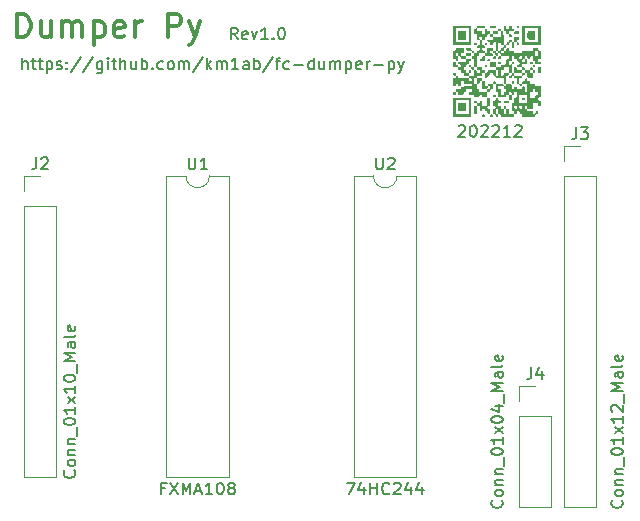
<source format=gto>
G04 #@! TF.GenerationSoftware,KiCad,Pcbnew,(6.0.9)*
G04 #@! TF.CreationDate,2022-12-17T09:19:39+09:00*
G04 #@! TF.ProjectId,fc-dumper-base-hat-2,66632d64-756d-4706-9572-2d626173652d,rev?*
G04 #@! TF.SameCoordinates,PX5f5e100PY5f5e100*
G04 #@! TF.FileFunction,Legend,Top*
G04 #@! TF.FilePolarity,Positive*
%FSLAX46Y46*%
G04 Gerber Fmt 4.6, Leading zero omitted, Abs format (unit mm)*
G04 Created by KiCad (PCBNEW (6.0.9)) date 2022-12-17 09:19:39*
%MOMM*%
%LPD*%
G01*
G04 APERTURE LIST*
%ADD10C,0.150000*%
%ADD11C,0.300000*%
%ADD12C,0.120000*%
%ADD13C,2.700000*%
%ADD14R,1.600000X1.600000*%
%ADD15O,1.600000X1.600000*%
%ADD16R,1.700000X1.700000*%
%ADD17O,1.700000X1.700000*%
G04 APERTURE END LIST*
D10*
X7399761Y42092620D02*
X7399761Y43092620D01*
X7828333Y42092620D02*
X7828333Y42616429D01*
X7780714Y42711667D01*
X7685476Y42759286D01*
X7542619Y42759286D01*
X7447380Y42711667D01*
X7399761Y42664048D01*
X8161666Y42759286D02*
X8542619Y42759286D01*
X8304523Y43092620D02*
X8304523Y42235477D01*
X8352142Y42140239D01*
X8447380Y42092620D01*
X8542619Y42092620D01*
X8733095Y42759286D02*
X9114047Y42759286D01*
X8875952Y43092620D02*
X8875952Y42235477D01*
X8923571Y42140239D01*
X9018809Y42092620D01*
X9114047Y42092620D01*
X9447380Y42759286D02*
X9447380Y41759286D01*
X9447380Y42711667D02*
X9542619Y42759286D01*
X9733095Y42759286D01*
X9828333Y42711667D01*
X9875952Y42664048D01*
X9923571Y42568810D01*
X9923571Y42283096D01*
X9875952Y42187858D01*
X9828333Y42140239D01*
X9733095Y42092620D01*
X9542619Y42092620D01*
X9447380Y42140239D01*
X10304523Y42140239D02*
X10399761Y42092620D01*
X10590238Y42092620D01*
X10685476Y42140239D01*
X10733095Y42235477D01*
X10733095Y42283096D01*
X10685476Y42378334D01*
X10590238Y42425953D01*
X10447380Y42425953D01*
X10352142Y42473572D01*
X10304523Y42568810D01*
X10304523Y42616429D01*
X10352142Y42711667D01*
X10447380Y42759286D01*
X10590238Y42759286D01*
X10685476Y42711667D01*
X11161666Y42187858D02*
X11209285Y42140239D01*
X11161666Y42092620D01*
X11114047Y42140239D01*
X11161666Y42187858D01*
X11161666Y42092620D01*
X11161666Y42711667D02*
X11209285Y42664048D01*
X11161666Y42616429D01*
X11114047Y42664048D01*
X11161666Y42711667D01*
X11161666Y42616429D01*
X12352142Y43140239D02*
X11494999Y41854524D01*
X13399761Y43140239D02*
X12542619Y41854524D01*
X14161666Y42759286D02*
X14161666Y41949762D01*
X14114047Y41854524D01*
X14066428Y41806905D01*
X13971190Y41759286D01*
X13828333Y41759286D01*
X13733095Y41806905D01*
X14161666Y42140239D02*
X14066428Y42092620D01*
X13875952Y42092620D01*
X13780714Y42140239D01*
X13733095Y42187858D01*
X13685476Y42283096D01*
X13685476Y42568810D01*
X13733095Y42664048D01*
X13780714Y42711667D01*
X13875952Y42759286D01*
X14066428Y42759286D01*
X14161666Y42711667D01*
X14637857Y42092620D02*
X14637857Y42759286D01*
X14637857Y43092620D02*
X14590238Y43045000D01*
X14637857Y42997381D01*
X14685476Y43045000D01*
X14637857Y43092620D01*
X14637857Y42997381D01*
X14971190Y42759286D02*
X15352142Y42759286D01*
X15114047Y43092620D02*
X15114047Y42235477D01*
X15161666Y42140239D01*
X15256904Y42092620D01*
X15352142Y42092620D01*
X15685476Y42092620D02*
X15685476Y43092620D01*
X16114047Y42092620D02*
X16114047Y42616429D01*
X16066428Y42711667D01*
X15971190Y42759286D01*
X15828333Y42759286D01*
X15733095Y42711667D01*
X15685476Y42664048D01*
X17018809Y42759286D02*
X17018809Y42092620D01*
X16590238Y42759286D02*
X16590238Y42235477D01*
X16637857Y42140239D01*
X16733095Y42092620D01*
X16875952Y42092620D01*
X16971190Y42140239D01*
X17018809Y42187858D01*
X17494999Y42092620D02*
X17494999Y43092620D01*
X17494999Y42711667D02*
X17590238Y42759286D01*
X17780714Y42759286D01*
X17875952Y42711667D01*
X17923571Y42664048D01*
X17971190Y42568810D01*
X17971190Y42283096D01*
X17923571Y42187858D01*
X17875952Y42140239D01*
X17780714Y42092620D01*
X17590238Y42092620D01*
X17494999Y42140239D01*
X18399761Y42187858D02*
X18447380Y42140239D01*
X18399761Y42092620D01*
X18352142Y42140239D01*
X18399761Y42187858D01*
X18399761Y42092620D01*
X19304523Y42140239D02*
X19209285Y42092620D01*
X19018809Y42092620D01*
X18923571Y42140239D01*
X18875952Y42187858D01*
X18828333Y42283096D01*
X18828333Y42568810D01*
X18875952Y42664048D01*
X18923571Y42711667D01*
X19018809Y42759286D01*
X19209285Y42759286D01*
X19304523Y42711667D01*
X19875952Y42092620D02*
X19780714Y42140239D01*
X19733095Y42187858D01*
X19685476Y42283096D01*
X19685476Y42568810D01*
X19733095Y42664048D01*
X19780714Y42711667D01*
X19875952Y42759286D01*
X20018809Y42759286D01*
X20114047Y42711667D01*
X20161666Y42664048D01*
X20209285Y42568810D01*
X20209285Y42283096D01*
X20161666Y42187858D01*
X20114047Y42140239D01*
X20018809Y42092620D01*
X19875952Y42092620D01*
X20637857Y42092620D02*
X20637857Y42759286D01*
X20637857Y42664048D02*
X20685476Y42711667D01*
X20780714Y42759286D01*
X20923571Y42759286D01*
X21018809Y42711667D01*
X21066428Y42616429D01*
X21066428Y42092620D01*
X21066428Y42616429D02*
X21114047Y42711667D01*
X21209285Y42759286D01*
X21352142Y42759286D01*
X21447380Y42711667D01*
X21494999Y42616429D01*
X21494999Y42092620D01*
X22685476Y43140239D02*
X21828333Y41854524D01*
X23018809Y42092620D02*
X23018809Y43092620D01*
X23114047Y42473572D02*
X23399761Y42092620D01*
X23399761Y42759286D02*
X23018809Y42378334D01*
X23828333Y42092620D02*
X23828333Y42759286D01*
X23828333Y42664048D02*
X23875952Y42711667D01*
X23971190Y42759286D01*
X24114047Y42759286D01*
X24209285Y42711667D01*
X24256904Y42616429D01*
X24256904Y42092620D01*
X24256904Y42616429D02*
X24304523Y42711667D01*
X24399761Y42759286D01*
X24542619Y42759286D01*
X24637857Y42711667D01*
X24685476Y42616429D01*
X24685476Y42092620D01*
X25685476Y42092620D02*
X25114047Y42092620D01*
X25399761Y42092620D02*
X25399761Y43092620D01*
X25304523Y42949762D01*
X25209285Y42854524D01*
X25114047Y42806905D01*
X26542619Y42092620D02*
X26542619Y42616429D01*
X26494999Y42711667D01*
X26399761Y42759286D01*
X26209285Y42759286D01*
X26114047Y42711667D01*
X26542619Y42140239D02*
X26447380Y42092620D01*
X26209285Y42092620D01*
X26114047Y42140239D01*
X26066428Y42235477D01*
X26066428Y42330715D01*
X26114047Y42425953D01*
X26209285Y42473572D01*
X26447380Y42473572D01*
X26542619Y42521191D01*
X27018809Y42092620D02*
X27018809Y43092620D01*
X27018809Y42711667D02*
X27114047Y42759286D01*
X27304523Y42759286D01*
X27399761Y42711667D01*
X27447380Y42664048D01*
X27494999Y42568810D01*
X27494999Y42283096D01*
X27447380Y42187858D01*
X27399761Y42140239D01*
X27304523Y42092620D01*
X27114047Y42092620D01*
X27018809Y42140239D01*
X28637857Y43140239D02*
X27780714Y41854524D01*
X28828333Y42759286D02*
X29209285Y42759286D01*
X28971190Y42092620D02*
X28971190Y42949762D01*
X29018809Y43045000D01*
X29114047Y43092620D01*
X29209285Y43092620D01*
X29971190Y42140239D02*
X29875952Y42092620D01*
X29685476Y42092620D01*
X29590238Y42140239D01*
X29542619Y42187858D01*
X29494999Y42283096D01*
X29494999Y42568810D01*
X29542619Y42664048D01*
X29590238Y42711667D01*
X29685476Y42759286D01*
X29875952Y42759286D01*
X29971190Y42711667D01*
X30399761Y42473572D02*
X31161666Y42473572D01*
X32066428Y42092620D02*
X32066428Y43092620D01*
X32066428Y42140239D02*
X31971190Y42092620D01*
X31780714Y42092620D01*
X31685476Y42140239D01*
X31637857Y42187858D01*
X31590238Y42283096D01*
X31590238Y42568810D01*
X31637857Y42664048D01*
X31685476Y42711667D01*
X31780714Y42759286D01*
X31971190Y42759286D01*
X32066428Y42711667D01*
X32971190Y42759286D02*
X32971190Y42092620D01*
X32542619Y42759286D02*
X32542619Y42235477D01*
X32590238Y42140239D01*
X32685476Y42092620D01*
X32828333Y42092620D01*
X32923571Y42140239D01*
X32971190Y42187858D01*
X33447380Y42092620D02*
X33447380Y42759286D01*
X33447380Y42664048D02*
X33494999Y42711667D01*
X33590238Y42759286D01*
X33733095Y42759286D01*
X33828333Y42711667D01*
X33875952Y42616429D01*
X33875952Y42092620D01*
X33875952Y42616429D02*
X33923571Y42711667D01*
X34018809Y42759286D01*
X34161666Y42759286D01*
X34256904Y42711667D01*
X34304523Y42616429D01*
X34304523Y42092620D01*
X34780714Y42759286D02*
X34780714Y41759286D01*
X34780714Y42711667D02*
X34875952Y42759286D01*
X35066428Y42759286D01*
X35161666Y42711667D01*
X35209285Y42664048D01*
X35256904Y42568810D01*
X35256904Y42283096D01*
X35209285Y42187858D01*
X35161666Y42140239D01*
X35066428Y42092620D01*
X34875952Y42092620D01*
X34780714Y42140239D01*
X36066428Y42140239D02*
X35971190Y42092620D01*
X35780714Y42092620D01*
X35685476Y42140239D01*
X35637857Y42235477D01*
X35637857Y42616429D01*
X35685476Y42711667D01*
X35780714Y42759286D01*
X35971190Y42759286D01*
X36066428Y42711667D01*
X36114047Y42616429D01*
X36114047Y42521191D01*
X35637857Y42425953D01*
X36542619Y42092620D02*
X36542619Y42759286D01*
X36542619Y42568810D02*
X36590238Y42664048D01*
X36637857Y42711667D01*
X36733095Y42759286D01*
X36828333Y42759286D01*
X37161666Y42473572D02*
X37923571Y42473572D01*
X38399761Y42759286D02*
X38399761Y41759286D01*
X38399761Y42711667D02*
X38494999Y42759286D01*
X38685476Y42759286D01*
X38780714Y42711667D01*
X38828333Y42664048D01*
X38875952Y42568810D01*
X38875952Y42283096D01*
X38828333Y42187858D01*
X38780714Y42140239D01*
X38685476Y42092620D01*
X38494999Y42092620D01*
X38399761Y42140239D01*
X39209285Y42759286D02*
X39447380Y42092620D01*
X39685476Y42759286D02*
X39447380Y42092620D01*
X39352142Y41854524D01*
X39304523Y41806905D01*
X39209285Y41759286D01*
X44323333Y37282381D02*
X44370952Y37330000D01*
X44466190Y37377620D01*
X44704285Y37377620D01*
X44799523Y37330000D01*
X44847142Y37282381D01*
X44894761Y37187143D01*
X44894761Y37091905D01*
X44847142Y36949048D01*
X44275714Y36377620D01*
X44894761Y36377620D01*
X45513809Y37377620D02*
X45609047Y37377620D01*
X45704285Y37330000D01*
X45751904Y37282381D01*
X45799523Y37187143D01*
X45847142Y36996667D01*
X45847142Y36758572D01*
X45799523Y36568096D01*
X45751904Y36472858D01*
X45704285Y36425239D01*
X45609047Y36377620D01*
X45513809Y36377620D01*
X45418571Y36425239D01*
X45370952Y36472858D01*
X45323333Y36568096D01*
X45275714Y36758572D01*
X45275714Y36996667D01*
X45323333Y37187143D01*
X45370952Y37282381D01*
X45418571Y37330000D01*
X45513809Y37377620D01*
X46228095Y37282381D02*
X46275714Y37330000D01*
X46370952Y37377620D01*
X46609047Y37377620D01*
X46704285Y37330000D01*
X46751904Y37282381D01*
X46799523Y37187143D01*
X46799523Y37091905D01*
X46751904Y36949048D01*
X46180476Y36377620D01*
X46799523Y36377620D01*
X47180476Y37282381D02*
X47228095Y37330000D01*
X47323333Y37377620D01*
X47561428Y37377620D01*
X47656666Y37330000D01*
X47704285Y37282381D01*
X47751904Y37187143D01*
X47751904Y37091905D01*
X47704285Y36949048D01*
X47132857Y36377620D01*
X47751904Y36377620D01*
X48704285Y36377620D02*
X48132857Y36377620D01*
X48418571Y36377620D02*
X48418571Y37377620D01*
X48323333Y37234762D01*
X48228095Y37139524D01*
X48132857Y37091905D01*
X49085238Y37282381D02*
X49132857Y37330000D01*
X49228095Y37377620D01*
X49466190Y37377620D01*
X49561428Y37330000D01*
X49609047Y37282381D01*
X49656666Y37187143D01*
X49656666Y37091905D01*
X49609047Y36949048D01*
X49037619Y36377620D01*
X49656666Y36377620D01*
D11*
X6938333Y44815239D02*
X6938333Y46815239D01*
X7414523Y46815239D01*
X7700238Y46720000D01*
X7890714Y46529524D01*
X7985952Y46339048D01*
X8081190Y45958096D01*
X8081190Y45672381D01*
X7985952Y45291429D01*
X7890714Y45100953D01*
X7700238Y44910477D01*
X7414523Y44815239D01*
X6938333Y44815239D01*
X9795476Y46148572D02*
X9795476Y44815239D01*
X8938333Y46148572D02*
X8938333Y45100953D01*
X9033571Y44910477D01*
X9224047Y44815239D01*
X9509761Y44815239D01*
X9700238Y44910477D01*
X9795476Y45005715D01*
X10747857Y44815239D02*
X10747857Y46148572D01*
X10747857Y45958096D02*
X10843095Y46053334D01*
X11033571Y46148572D01*
X11319285Y46148572D01*
X11509761Y46053334D01*
X11605000Y45862858D01*
X11605000Y44815239D01*
X11605000Y45862858D02*
X11700238Y46053334D01*
X11890714Y46148572D01*
X12176428Y46148572D01*
X12366904Y46053334D01*
X12462142Y45862858D01*
X12462142Y44815239D01*
X13414523Y46148572D02*
X13414523Y44148572D01*
X13414523Y46053334D02*
X13605000Y46148572D01*
X13985952Y46148572D01*
X14176428Y46053334D01*
X14271666Y45958096D01*
X14366904Y45767620D01*
X14366904Y45196191D01*
X14271666Y45005715D01*
X14176428Y44910477D01*
X13985952Y44815239D01*
X13605000Y44815239D01*
X13414523Y44910477D01*
X15985952Y44910477D02*
X15795476Y44815239D01*
X15414523Y44815239D01*
X15224047Y44910477D01*
X15128809Y45100953D01*
X15128809Y45862858D01*
X15224047Y46053334D01*
X15414523Y46148572D01*
X15795476Y46148572D01*
X15985952Y46053334D01*
X16081190Y45862858D01*
X16081190Y45672381D01*
X15128809Y45481905D01*
X16938333Y44815239D02*
X16938333Y46148572D01*
X16938333Y45767620D02*
X17033571Y45958096D01*
X17128809Y46053334D01*
X17319285Y46148572D01*
X17509761Y46148572D01*
X19700238Y44815239D02*
X19700238Y46815239D01*
X20462142Y46815239D01*
X20652619Y46720000D01*
X20747857Y46624762D01*
X20843095Y46434286D01*
X20843095Y46148572D01*
X20747857Y45958096D01*
X20652619Y45862858D01*
X20462142Y45767620D01*
X19700238Y45767620D01*
X21509761Y46148572D02*
X21985952Y44815239D01*
X22462142Y46148572D02*
X21985952Y44815239D01*
X21795476Y44339048D01*
X21700238Y44243810D01*
X21509761Y44148572D01*
D10*
X25614523Y44632620D02*
X25281190Y45108810D01*
X25043095Y44632620D02*
X25043095Y45632620D01*
X25424047Y45632620D01*
X25519285Y45585000D01*
X25566904Y45537381D01*
X25614523Y45442143D01*
X25614523Y45299286D01*
X25566904Y45204048D01*
X25519285Y45156429D01*
X25424047Y45108810D01*
X25043095Y45108810D01*
X26424047Y44680239D02*
X26328809Y44632620D01*
X26138333Y44632620D01*
X26043095Y44680239D01*
X25995476Y44775477D01*
X25995476Y45156429D01*
X26043095Y45251667D01*
X26138333Y45299286D01*
X26328809Y45299286D01*
X26424047Y45251667D01*
X26471666Y45156429D01*
X26471666Y45061191D01*
X25995476Y44965953D01*
X26805000Y45299286D02*
X27043095Y44632620D01*
X27281190Y45299286D01*
X28185952Y44632620D02*
X27614523Y44632620D01*
X27900238Y44632620D02*
X27900238Y45632620D01*
X27805000Y45489762D01*
X27709761Y45394524D01*
X27614523Y45346905D01*
X28614523Y44727858D02*
X28662142Y44680239D01*
X28614523Y44632620D01*
X28566904Y44680239D01*
X28614523Y44727858D01*
X28614523Y44632620D01*
X29281190Y45632620D02*
X29376428Y45632620D01*
X29471666Y45585000D01*
X29519285Y45537381D01*
X29566904Y45442143D01*
X29614523Y45251667D01*
X29614523Y45013572D01*
X29566904Y44823096D01*
X29519285Y44727858D01*
X29471666Y44680239D01*
X29376428Y44632620D01*
X29281190Y44632620D01*
X29185952Y44680239D01*
X29138333Y44727858D01*
X29090714Y44823096D01*
X29043095Y45013572D01*
X29043095Y45251667D01*
X29090714Y45442143D01*
X29138333Y45537381D01*
X29185952Y45585000D01*
X29281190Y45632620D01*
X37348095Y34622620D02*
X37348095Y33813096D01*
X37395714Y33717858D01*
X37443333Y33670239D01*
X37538571Y33622620D01*
X37729047Y33622620D01*
X37824285Y33670239D01*
X37871904Y33717858D01*
X37919523Y33813096D01*
X37919523Y34622620D01*
X38348095Y34527381D02*
X38395714Y34575000D01*
X38490952Y34622620D01*
X38729047Y34622620D01*
X38824285Y34575000D01*
X38871904Y34527381D01*
X38919523Y34432143D01*
X38919523Y34336905D01*
X38871904Y34194048D01*
X38300476Y33622620D01*
X38919523Y33622620D01*
X34848095Y7102620D02*
X35514761Y7102620D01*
X35086190Y6102620D01*
X36324285Y6769286D02*
X36324285Y6102620D01*
X36086190Y7150239D02*
X35848095Y6435953D01*
X36467142Y6435953D01*
X36848095Y6102620D02*
X36848095Y7102620D01*
X36848095Y6626429D02*
X37419523Y6626429D01*
X37419523Y6102620D02*
X37419523Y7102620D01*
X38467142Y6197858D02*
X38419523Y6150239D01*
X38276666Y6102620D01*
X38181428Y6102620D01*
X38038571Y6150239D01*
X37943333Y6245477D01*
X37895714Y6340715D01*
X37848095Y6531191D01*
X37848095Y6674048D01*
X37895714Y6864524D01*
X37943333Y6959762D01*
X38038571Y7055000D01*
X38181428Y7102620D01*
X38276666Y7102620D01*
X38419523Y7055000D01*
X38467142Y7007381D01*
X38848095Y7007381D02*
X38895714Y7055000D01*
X38990952Y7102620D01*
X39229047Y7102620D01*
X39324285Y7055000D01*
X39371904Y7007381D01*
X39419523Y6912143D01*
X39419523Y6816905D01*
X39371904Y6674048D01*
X38800476Y6102620D01*
X39419523Y6102620D01*
X40276666Y6769286D02*
X40276666Y6102620D01*
X40038571Y7150239D02*
X39800476Y6435953D01*
X40419523Y6435953D01*
X41229047Y6769286D02*
X41229047Y6102620D01*
X40990952Y7150239D02*
X40752857Y6435953D01*
X41371904Y6435953D01*
X21473095Y34622620D02*
X21473095Y33813096D01*
X21520714Y33717858D01*
X21568333Y33670239D01*
X21663571Y33622620D01*
X21854047Y33622620D01*
X21949285Y33670239D01*
X21996904Y33717858D01*
X22044523Y33813096D01*
X22044523Y34622620D01*
X23044523Y33622620D02*
X22473095Y33622620D01*
X22758809Y33622620D02*
X22758809Y34622620D01*
X22663571Y34479762D01*
X22568333Y34384524D01*
X22473095Y34336905D01*
X19473095Y6626429D02*
X19139761Y6626429D01*
X19139761Y6102620D02*
X19139761Y7102620D01*
X19615952Y7102620D01*
X19901666Y7102620D02*
X20568333Y6102620D01*
X20568333Y7102620D02*
X19901666Y6102620D01*
X20949285Y6102620D02*
X20949285Y7102620D01*
X21282619Y6388334D01*
X21615952Y7102620D01*
X21615952Y6102620D01*
X22044523Y6388334D02*
X22520714Y6388334D01*
X21949285Y6102620D02*
X22282619Y7102620D01*
X22615952Y6102620D01*
X23473095Y6102620D02*
X22901666Y6102620D01*
X23187380Y6102620D02*
X23187380Y7102620D01*
X23092142Y6959762D01*
X22996904Y6864524D01*
X22901666Y6816905D01*
X24092142Y7102620D02*
X24187380Y7102620D01*
X24282619Y7055000D01*
X24330238Y7007381D01*
X24377857Y6912143D01*
X24425476Y6721667D01*
X24425476Y6483572D01*
X24377857Y6293096D01*
X24330238Y6197858D01*
X24282619Y6150239D01*
X24187380Y6102620D01*
X24092142Y6102620D01*
X23996904Y6150239D01*
X23949285Y6197858D01*
X23901666Y6293096D01*
X23854047Y6483572D01*
X23854047Y6721667D01*
X23901666Y6912143D01*
X23949285Y7007381D01*
X23996904Y7055000D01*
X24092142Y7102620D01*
X24996904Y6674048D02*
X24901666Y6721667D01*
X24854047Y6769286D01*
X24806428Y6864524D01*
X24806428Y6912143D01*
X24854047Y7007381D01*
X24901666Y7055000D01*
X24996904Y7102620D01*
X25187380Y7102620D01*
X25282619Y7055000D01*
X25330238Y7007381D01*
X25377857Y6912143D01*
X25377857Y6864524D01*
X25330238Y6769286D01*
X25282619Y6721667D01*
X25187380Y6674048D01*
X24996904Y6674048D01*
X24901666Y6626429D01*
X24854047Y6578810D01*
X24806428Y6483572D01*
X24806428Y6293096D01*
X24854047Y6197858D01*
X24901666Y6150239D01*
X24996904Y6102620D01*
X25187380Y6102620D01*
X25282619Y6150239D01*
X25330238Y6197858D01*
X25377857Y6293096D01*
X25377857Y6483572D01*
X25330238Y6578810D01*
X25282619Y6626429D01*
X25187380Y6674048D01*
X54276666Y37167620D02*
X54276666Y36453334D01*
X54229047Y36310477D01*
X54133809Y36215239D01*
X53990952Y36167620D01*
X53895714Y36167620D01*
X54657619Y37167620D02*
X55276666Y37167620D01*
X54943333Y36786667D01*
X55086190Y36786667D01*
X55181428Y36739048D01*
X55229047Y36691429D01*
X55276666Y36596191D01*
X55276666Y36358096D01*
X55229047Y36262858D01*
X55181428Y36215239D01*
X55086190Y36167620D01*
X54800476Y36167620D01*
X54705238Y36215239D01*
X54657619Y36262858D01*
X58142142Y5596667D02*
X58189761Y5549048D01*
X58237380Y5406191D01*
X58237380Y5310953D01*
X58189761Y5168096D01*
X58094523Y5072858D01*
X57999285Y5025239D01*
X57808809Y4977620D01*
X57665952Y4977620D01*
X57475476Y5025239D01*
X57380238Y5072858D01*
X57285000Y5168096D01*
X57237380Y5310953D01*
X57237380Y5406191D01*
X57285000Y5549048D01*
X57332619Y5596667D01*
X58237380Y6168096D02*
X58189761Y6072858D01*
X58142142Y6025239D01*
X58046904Y5977620D01*
X57761190Y5977620D01*
X57665952Y6025239D01*
X57618333Y6072858D01*
X57570714Y6168096D01*
X57570714Y6310953D01*
X57618333Y6406191D01*
X57665952Y6453810D01*
X57761190Y6501429D01*
X58046904Y6501429D01*
X58142142Y6453810D01*
X58189761Y6406191D01*
X58237380Y6310953D01*
X58237380Y6168096D01*
X57570714Y6930000D02*
X58237380Y6930000D01*
X57665952Y6930000D02*
X57618333Y6977620D01*
X57570714Y7072858D01*
X57570714Y7215715D01*
X57618333Y7310953D01*
X57713571Y7358572D01*
X58237380Y7358572D01*
X57570714Y7834762D02*
X58237380Y7834762D01*
X57665952Y7834762D02*
X57618333Y7882381D01*
X57570714Y7977620D01*
X57570714Y8120477D01*
X57618333Y8215715D01*
X57713571Y8263334D01*
X58237380Y8263334D01*
X58332619Y8501429D02*
X58332619Y9263334D01*
X57237380Y9691905D02*
X57237380Y9787143D01*
X57285000Y9882381D01*
X57332619Y9930000D01*
X57427857Y9977620D01*
X57618333Y10025239D01*
X57856428Y10025239D01*
X58046904Y9977620D01*
X58142142Y9930000D01*
X58189761Y9882381D01*
X58237380Y9787143D01*
X58237380Y9691905D01*
X58189761Y9596667D01*
X58142142Y9549048D01*
X58046904Y9501429D01*
X57856428Y9453810D01*
X57618333Y9453810D01*
X57427857Y9501429D01*
X57332619Y9549048D01*
X57285000Y9596667D01*
X57237380Y9691905D01*
X58237380Y10977620D02*
X58237380Y10406191D01*
X58237380Y10691905D02*
X57237380Y10691905D01*
X57380238Y10596667D01*
X57475476Y10501429D01*
X57523095Y10406191D01*
X58237380Y11310953D02*
X57570714Y11834762D01*
X57570714Y11310953D02*
X58237380Y11834762D01*
X58237380Y12739524D02*
X58237380Y12168096D01*
X58237380Y12453810D02*
X57237380Y12453810D01*
X57380238Y12358572D01*
X57475476Y12263334D01*
X57523095Y12168096D01*
X57332619Y13120477D02*
X57285000Y13168096D01*
X57237380Y13263334D01*
X57237380Y13501429D01*
X57285000Y13596667D01*
X57332619Y13644286D01*
X57427857Y13691905D01*
X57523095Y13691905D01*
X57665952Y13644286D01*
X58237380Y13072858D01*
X58237380Y13691905D01*
X58332619Y13882381D02*
X58332619Y14644286D01*
X58237380Y14882381D02*
X57237380Y14882381D01*
X57951666Y15215715D01*
X57237380Y15549048D01*
X58237380Y15549048D01*
X58237380Y16453810D02*
X57713571Y16453810D01*
X57618333Y16406191D01*
X57570714Y16310953D01*
X57570714Y16120477D01*
X57618333Y16025239D01*
X58189761Y16453810D02*
X58237380Y16358572D01*
X58237380Y16120477D01*
X58189761Y16025239D01*
X58094523Y15977620D01*
X57999285Y15977620D01*
X57904047Y16025239D01*
X57856428Y16120477D01*
X57856428Y16358572D01*
X57808809Y16453810D01*
X58237380Y17072858D02*
X58189761Y16977620D01*
X58094523Y16930000D01*
X57237380Y16930000D01*
X58189761Y17834762D02*
X58237380Y17739524D01*
X58237380Y17549048D01*
X58189761Y17453810D01*
X58094523Y17406191D01*
X57713571Y17406191D01*
X57618333Y17453810D01*
X57570714Y17549048D01*
X57570714Y17739524D01*
X57618333Y17834762D01*
X57713571Y17882381D01*
X57808809Y17882381D01*
X57904047Y17406191D01*
X50466666Y16847620D02*
X50466666Y16133334D01*
X50419047Y15990477D01*
X50323809Y15895239D01*
X50180952Y15847620D01*
X50085714Y15847620D01*
X51371428Y16514286D02*
X51371428Y15847620D01*
X51133333Y16895239D02*
X50895238Y16180953D01*
X51514285Y16180953D01*
X47982142Y5596667D02*
X48029761Y5549048D01*
X48077380Y5406191D01*
X48077380Y5310953D01*
X48029761Y5168096D01*
X47934523Y5072858D01*
X47839285Y5025239D01*
X47648809Y4977620D01*
X47505952Y4977620D01*
X47315476Y5025239D01*
X47220238Y5072858D01*
X47125000Y5168096D01*
X47077380Y5310953D01*
X47077380Y5406191D01*
X47125000Y5549048D01*
X47172619Y5596667D01*
X48077380Y6168096D02*
X48029761Y6072858D01*
X47982142Y6025239D01*
X47886904Y5977620D01*
X47601190Y5977620D01*
X47505952Y6025239D01*
X47458333Y6072858D01*
X47410714Y6168096D01*
X47410714Y6310953D01*
X47458333Y6406191D01*
X47505952Y6453810D01*
X47601190Y6501429D01*
X47886904Y6501429D01*
X47982142Y6453810D01*
X48029761Y6406191D01*
X48077380Y6310953D01*
X48077380Y6168096D01*
X47410714Y6930000D02*
X48077380Y6930000D01*
X47505952Y6930000D02*
X47458333Y6977620D01*
X47410714Y7072858D01*
X47410714Y7215715D01*
X47458333Y7310953D01*
X47553571Y7358572D01*
X48077380Y7358572D01*
X47410714Y7834762D02*
X48077380Y7834762D01*
X47505952Y7834762D02*
X47458333Y7882381D01*
X47410714Y7977620D01*
X47410714Y8120477D01*
X47458333Y8215715D01*
X47553571Y8263334D01*
X48077380Y8263334D01*
X48172619Y8501429D02*
X48172619Y9263334D01*
X47077380Y9691905D02*
X47077380Y9787143D01*
X47125000Y9882381D01*
X47172619Y9930000D01*
X47267857Y9977620D01*
X47458333Y10025239D01*
X47696428Y10025239D01*
X47886904Y9977620D01*
X47982142Y9930000D01*
X48029761Y9882381D01*
X48077380Y9787143D01*
X48077380Y9691905D01*
X48029761Y9596667D01*
X47982142Y9549048D01*
X47886904Y9501429D01*
X47696428Y9453810D01*
X47458333Y9453810D01*
X47267857Y9501429D01*
X47172619Y9549048D01*
X47125000Y9596667D01*
X47077380Y9691905D01*
X48077380Y10977620D02*
X48077380Y10406191D01*
X48077380Y10691905D02*
X47077380Y10691905D01*
X47220238Y10596667D01*
X47315476Y10501429D01*
X47363095Y10406191D01*
X48077380Y11310953D02*
X47410714Y11834762D01*
X47410714Y11310953D02*
X48077380Y11834762D01*
X47077380Y12406191D02*
X47077380Y12501429D01*
X47125000Y12596667D01*
X47172619Y12644286D01*
X47267857Y12691905D01*
X47458333Y12739524D01*
X47696428Y12739524D01*
X47886904Y12691905D01*
X47982142Y12644286D01*
X48029761Y12596667D01*
X48077380Y12501429D01*
X48077380Y12406191D01*
X48029761Y12310953D01*
X47982142Y12263334D01*
X47886904Y12215715D01*
X47696428Y12168096D01*
X47458333Y12168096D01*
X47267857Y12215715D01*
X47172619Y12263334D01*
X47125000Y12310953D01*
X47077380Y12406191D01*
X47410714Y13596667D02*
X48077380Y13596667D01*
X47029761Y13358572D02*
X47744047Y13120477D01*
X47744047Y13739524D01*
X48172619Y13882381D02*
X48172619Y14644286D01*
X48077380Y14882381D02*
X47077380Y14882381D01*
X47791666Y15215715D01*
X47077380Y15549048D01*
X48077380Y15549048D01*
X48077380Y16453810D02*
X47553571Y16453810D01*
X47458333Y16406191D01*
X47410714Y16310953D01*
X47410714Y16120477D01*
X47458333Y16025239D01*
X48029761Y16453810D02*
X48077380Y16358572D01*
X48077380Y16120477D01*
X48029761Y16025239D01*
X47934523Y15977620D01*
X47839285Y15977620D01*
X47744047Y16025239D01*
X47696428Y16120477D01*
X47696428Y16358572D01*
X47648809Y16453810D01*
X48077380Y17072858D02*
X48029761Y16977620D01*
X47934523Y16930000D01*
X47077380Y16930000D01*
X48029761Y17834762D02*
X48077380Y17739524D01*
X48077380Y17549048D01*
X48029761Y17453810D01*
X47934523Y17406191D01*
X47553571Y17406191D01*
X47458333Y17453810D01*
X47410714Y17549048D01*
X47410714Y17739524D01*
X47458333Y17834762D01*
X47553571Y17882381D01*
X47648809Y17882381D01*
X47744047Y17406191D01*
X8556666Y34627620D02*
X8556666Y33913334D01*
X8509047Y33770477D01*
X8413809Y33675239D01*
X8270952Y33627620D01*
X8175714Y33627620D01*
X8985238Y34532381D02*
X9032857Y34580000D01*
X9128095Y34627620D01*
X9366190Y34627620D01*
X9461428Y34580000D01*
X9509047Y34532381D01*
X9556666Y34437143D01*
X9556666Y34341905D01*
X9509047Y34199048D01*
X8937619Y33627620D01*
X9556666Y33627620D01*
X11787142Y8136667D02*
X11834761Y8089048D01*
X11882380Y7946191D01*
X11882380Y7850953D01*
X11834761Y7708096D01*
X11739523Y7612858D01*
X11644285Y7565239D01*
X11453809Y7517620D01*
X11310952Y7517620D01*
X11120476Y7565239D01*
X11025238Y7612858D01*
X10930000Y7708096D01*
X10882380Y7850953D01*
X10882380Y7946191D01*
X10930000Y8089048D01*
X10977619Y8136667D01*
X11882380Y8708096D02*
X11834761Y8612858D01*
X11787142Y8565239D01*
X11691904Y8517620D01*
X11406190Y8517620D01*
X11310952Y8565239D01*
X11263333Y8612858D01*
X11215714Y8708096D01*
X11215714Y8850953D01*
X11263333Y8946191D01*
X11310952Y8993810D01*
X11406190Y9041429D01*
X11691904Y9041429D01*
X11787142Y8993810D01*
X11834761Y8946191D01*
X11882380Y8850953D01*
X11882380Y8708096D01*
X11215714Y9470000D02*
X11882380Y9470000D01*
X11310952Y9470000D02*
X11263333Y9517620D01*
X11215714Y9612858D01*
X11215714Y9755715D01*
X11263333Y9850953D01*
X11358571Y9898572D01*
X11882380Y9898572D01*
X11215714Y10374762D02*
X11882380Y10374762D01*
X11310952Y10374762D02*
X11263333Y10422381D01*
X11215714Y10517620D01*
X11215714Y10660477D01*
X11263333Y10755715D01*
X11358571Y10803334D01*
X11882380Y10803334D01*
X11977619Y11041429D02*
X11977619Y11803334D01*
X10882380Y12231905D02*
X10882380Y12327143D01*
X10930000Y12422381D01*
X10977619Y12470000D01*
X11072857Y12517620D01*
X11263333Y12565239D01*
X11501428Y12565239D01*
X11691904Y12517620D01*
X11787142Y12470000D01*
X11834761Y12422381D01*
X11882380Y12327143D01*
X11882380Y12231905D01*
X11834761Y12136667D01*
X11787142Y12089048D01*
X11691904Y12041429D01*
X11501428Y11993810D01*
X11263333Y11993810D01*
X11072857Y12041429D01*
X10977619Y12089048D01*
X10930000Y12136667D01*
X10882380Y12231905D01*
X11882380Y13517620D02*
X11882380Y12946191D01*
X11882380Y13231905D02*
X10882380Y13231905D01*
X11025238Y13136667D01*
X11120476Y13041429D01*
X11168095Y12946191D01*
X11882380Y13850953D02*
X11215714Y14374762D01*
X11215714Y13850953D02*
X11882380Y14374762D01*
X11882380Y15279524D02*
X11882380Y14708096D01*
X11882380Y14993810D02*
X10882380Y14993810D01*
X11025238Y14898572D01*
X11120476Y14803334D01*
X11168095Y14708096D01*
X10882380Y15898572D02*
X10882380Y15993810D01*
X10930000Y16089048D01*
X10977619Y16136667D01*
X11072857Y16184286D01*
X11263333Y16231905D01*
X11501428Y16231905D01*
X11691904Y16184286D01*
X11787142Y16136667D01*
X11834761Y16089048D01*
X11882380Y15993810D01*
X11882380Y15898572D01*
X11834761Y15803334D01*
X11787142Y15755715D01*
X11691904Y15708096D01*
X11501428Y15660477D01*
X11263333Y15660477D01*
X11072857Y15708096D01*
X10977619Y15755715D01*
X10930000Y15803334D01*
X10882380Y15898572D01*
X11977619Y16422381D02*
X11977619Y17184286D01*
X11882380Y17422381D02*
X10882380Y17422381D01*
X11596666Y17755715D01*
X10882380Y18089048D01*
X11882380Y18089048D01*
X11882380Y18993810D02*
X11358571Y18993810D01*
X11263333Y18946191D01*
X11215714Y18850953D01*
X11215714Y18660477D01*
X11263333Y18565239D01*
X11834761Y18993810D02*
X11882380Y18898572D01*
X11882380Y18660477D01*
X11834761Y18565239D01*
X11739523Y18517620D01*
X11644285Y18517620D01*
X11549047Y18565239D01*
X11501428Y18660477D01*
X11501428Y18898572D01*
X11453809Y18993810D01*
X11882380Y19612858D02*
X11834761Y19517620D01*
X11739523Y19470000D01*
X10882380Y19470000D01*
X11834761Y20374762D02*
X11882380Y20279524D01*
X11882380Y20089048D01*
X11834761Y19993810D01*
X11739523Y19946191D01*
X11358571Y19946191D01*
X11263333Y19993810D01*
X11215714Y20089048D01*
X11215714Y20279524D01*
X11263333Y20374762D01*
X11358571Y20422381D01*
X11453809Y20422381D01*
X11549047Y19946191D01*
D12*
X37110000Y33075000D02*
X35460000Y33075000D01*
X40760000Y7555000D02*
X40760000Y33075000D01*
X35460000Y33075000D02*
X35460000Y7555000D01*
X35460000Y7555000D02*
X40760000Y7555000D01*
X40760000Y33075000D02*
X39110000Y33075000D01*
X37110000Y33075000D02*
G75*
G03*
X39110000Y33075000I1000000J0D01*
G01*
X21235000Y33075000D02*
X19585000Y33075000D01*
X19585000Y7555000D02*
X24885000Y7555000D01*
X24885000Y33075000D02*
X23235000Y33075000D01*
X24885000Y7555000D02*
X24885000Y33075000D01*
X19585000Y33075000D02*
X19585000Y7555000D01*
X21235000Y33075000D02*
G75*
G03*
X23235000Y33075000I1000000J0D01*
G01*
G36*
X51277957Y45767796D02*
G01*
X51277957Y44163226D01*
X49707527Y44163226D01*
X49707527Y44368065D01*
X49946505Y44368065D01*
X51073118Y44368065D01*
X51073118Y45562957D01*
X49946505Y45562957D01*
X49946505Y44368065D01*
X49707527Y44368065D01*
X49707527Y45767796D01*
X51277957Y45767796D01*
G37*
G36*
X51277957Y41807581D02*
G01*
X51073118Y41807581D01*
X51073118Y42285538D01*
X51277957Y42285538D01*
X51277957Y41807581D01*
G37*
G36*
X45405914Y43207312D02*
G01*
X44962097Y43207312D01*
X44962097Y43446290D01*
X45405914Y43446290D01*
X45405914Y43207312D01*
G37*
G36*
X50565285Y42720896D02*
G01*
X50592023Y42680992D01*
X50595161Y42626936D01*
X50586702Y42554392D01*
X50546798Y42527654D01*
X50492742Y42524516D01*
X50420198Y42532976D01*
X50393460Y42572879D01*
X50390322Y42626936D01*
X50398782Y42699479D01*
X50438685Y42726217D01*
X50492742Y42729355D01*
X50565285Y42720896D01*
G37*
G36*
X48783058Y44602522D02*
G01*
X48814183Y44576385D01*
X48814801Y44509776D01*
X48813520Y44496089D01*
X48796968Y44417878D01*
X48752459Y44384189D01*
X48691868Y44374437D01*
X48614897Y44358938D01*
X48585053Y44319135D01*
X48580914Y44263482D01*
X48572202Y44192418D01*
X48531603Y44166236D01*
X48478494Y44163226D01*
X48405951Y44171685D01*
X48379213Y44211589D01*
X48376075Y44265645D01*
X48384535Y44338189D01*
X48424438Y44364927D01*
X48478494Y44368065D01*
X48547306Y44374726D01*
X48575530Y44408512D01*
X48580914Y44487554D01*
X48586031Y44567153D01*
X48615235Y44600170D01*
X48689301Y44607012D01*
X48702566Y44607043D01*
X48783058Y44602522D01*
G37*
G36*
X47868242Y45520358D02*
G01*
X47894980Y45480455D01*
X47898118Y45426398D01*
X47889659Y45353854D01*
X47849755Y45327116D01*
X47795699Y45323979D01*
X47723155Y45332438D01*
X47696417Y45372342D01*
X47693279Y45426398D01*
X47701739Y45498942D01*
X47741642Y45525680D01*
X47795699Y45528817D01*
X47868242Y45520358D01*
G37*
G36*
X44962097Y38530161D02*
G01*
X44313441Y38530161D01*
X44313441Y39247097D01*
X44962097Y39247097D01*
X44962097Y38530161D01*
G37*
G36*
X45405914Y39690914D02*
G01*
X45405914Y38086344D01*
X43835484Y38086344D01*
X43835484Y38291183D01*
X44074462Y38291183D01*
X45201075Y38291183D01*
X45201075Y39486075D01*
X44074462Y39486075D01*
X44074462Y38291183D01*
X43835484Y38291183D01*
X43835484Y39690914D01*
X45405914Y39690914D01*
G37*
G36*
X49024731Y43924247D02*
G01*
X48819892Y43924247D01*
X48819892Y44368065D01*
X49024731Y44368065D01*
X49024731Y43924247D01*
G37*
G36*
X47424425Y39921433D02*
G01*
X47451163Y39881530D01*
X47454301Y39827473D01*
X47445842Y39754930D01*
X47405938Y39728192D01*
X47351882Y39725054D01*
X47279338Y39733513D01*
X47252600Y39773417D01*
X47249462Y39827473D01*
X47257922Y39900017D01*
X47297825Y39926755D01*
X47351882Y39929893D01*
X47424425Y39921433D01*
G37*
G36*
X49468548Y45085000D02*
G01*
X49020405Y45085000D01*
X49031103Y45195954D01*
X49039558Y45256539D01*
X49061127Y45290594D01*
X49112343Y45307055D01*
X49209735Y45314858D01*
X49255175Y45317073D01*
X49468548Y45327237D01*
X49468548Y45085000D01*
G37*
G36*
X47868242Y42720896D02*
G01*
X47894980Y42680992D01*
X47898118Y42626936D01*
X47889659Y42554392D01*
X47849755Y42527654D01*
X47795699Y42524516D01*
X47723155Y42532976D01*
X47696417Y42572879D01*
X47693279Y42626936D01*
X47701739Y42699479D01*
X47741642Y42726217D01*
X47795699Y42729355D01*
X47868242Y42720896D01*
G37*
G36*
X47624969Y39681976D02*
G01*
X47655876Y39641109D01*
X47665512Y39579960D01*
X47682064Y39501749D01*
X47726573Y39468060D01*
X47787164Y39458308D01*
X47864135Y39442809D01*
X47893979Y39403006D01*
X47898118Y39347353D01*
X47891233Y39279960D01*
X47856808Y39252320D01*
X47778629Y39247097D01*
X47698543Y39241812D01*
X47665700Y39211995D01*
X47659154Y39136703D01*
X47659140Y39127608D01*
X47664425Y39047522D01*
X47694242Y39014679D01*
X47769534Y39008133D01*
X47778629Y39008118D01*
X47858714Y39002834D01*
X47891558Y38973017D01*
X47898103Y38897724D01*
X47898118Y38888629D01*
X47903403Y38808544D01*
X47933220Y38775700D01*
X48008512Y38769155D01*
X48017607Y38769140D01*
X48097693Y38774425D01*
X48130537Y38804242D01*
X48137082Y38879534D01*
X48137097Y38888629D01*
X48142806Y38968909D01*
X48171766Y39001837D01*
X48239516Y39008118D01*
X48308328Y39001457D01*
X48336551Y38967671D01*
X48341935Y38888629D01*
X48336226Y38808349D01*
X48307266Y38775421D01*
X48239516Y38769140D01*
X48137097Y38769140D01*
X48137097Y38291183D01*
X48376075Y38291183D01*
X48376075Y38769140D01*
X48580914Y38769140D01*
X48580914Y38291183D01*
X49024731Y38291183D01*
X49024731Y38086344D01*
X47898118Y38086344D01*
X47898118Y38188764D01*
X47889659Y38261307D01*
X47849755Y38288045D01*
X47795699Y38291183D01*
X47693279Y38291183D01*
X47693279Y38769140D01*
X47454301Y38769140D01*
X47454301Y38291183D01*
X47556720Y38291183D01*
X47629264Y38282724D01*
X47656002Y38242820D01*
X47659140Y38188764D01*
X47650680Y38116220D01*
X47610777Y38089482D01*
X47556720Y38086344D01*
X47484177Y38094804D01*
X47457439Y38134707D01*
X47454301Y38188764D01*
X47445842Y38261307D01*
X47405938Y38288045D01*
X47351882Y38291183D01*
X47249462Y38291183D01*
X47249462Y38769140D01*
X47351882Y38769140D01*
X47420693Y38775801D01*
X47448917Y38809587D01*
X47454301Y38888629D01*
X47448591Y38968909D01*
X47419632Y39001837D01*
X47351882Y39008118D01*
X47249462Y39008118D01*
X47249462Y39451936D01*
X47351882Y39451936D01*
X47420693Y39458597D01*
X47448917Y39492383D01*
X47454301Y39571425D01*
X47460078Y39651746D01*
X47488962Y39684689D01*
X47554557Y39690914D01*
X47624969Y39681976D01*
G37*
G36*
X49907296Y39685205D02*
G01*
X49940224Y39656245D01*
X49946505Y39588495D01*
X49939844Y39519683D01*
X49906058Y39491460D01*
X49827016Y39486075D01*
X49746736Y39491785D01*
X49713808Y39520745D01*
X49707527Y39588495D01*
X49714188Y39657306D01*
X49747974Y39685530D01*
X49827016Y39690914D01*
X49907296Y39685205D01*
G37*
G36*
X46327688Y41229368D02*
G01*
X46318749Y41158956D01*
X46277883Y41128049D01*
X46216734Y41118413D01*
X46138522Y41101861D01*
X46104834Y41057352D01*
X46095081Y40996761D01*
X46079583Y40919790D01*
X46039780Y40889946D01*
X45984127Y40885807D01*
X45883871Y40885807D01*
X45883871Y41329624D01*
X46327688Y41329624D01*
X46327688Y41229368D01*
G37*
G36*
X48580914Y39247097D02*
G01*
X48137097Y39247097D01*
X48137097Y39451936D01*
X48580914Y39451936D01*
X48580914Y39247097D01*
G37*
G36*
X49438672Y45759336D02*
G01*
X49465411Y45719433D01*
X49468548Y45665377D01*
X49460089Y45592833D01*
X49420185Y45566095D01*
X49366129Y45562957D01*
X49293585Y45571417D01*
X49266847Y45611320D01*
X49263710Y45665377D01*
X49272169Y45737920D01*
X49312072Y45764658D01*
X49366129Y45767796D01*
X49438672Y45759336D01*
G37*
G36*
X46502651Y38282724D02*
G01*
X46529389Y38242820D01*
X46532527Y38188764D01*
X46524067Y38116220D01*
X46484164Y38089482D01*
X46430107Y38086344D01*
X46357564Y38094804D01*
X46330826Y38134707D01*
X46327688Y38188764D01*
X46336147Y38261307D01*
X46376051Y38288045D01*
X46430107Y38291183D01*
X46502651Y38282724D01*
G37*
G36*
X50834140Y44607043D02*
G01*
X50508740Y44607043D01*
X50342861Y44609999D01*
X50236122Y44619654D01*
X50179610Y44637188D01*
X50165928Y44652420D01*
X50159179Y44705374D01*
X50156025Y44808069D01*
X50156858Y44942042D01*
X50158465Y45002353D01*
X50168414Y45306909D01*
X50834140Y45326451D01*
X50834140Y44607043D01*
G37*
G36*
X44962097Y44607043D02*
G01*
X44313441Y44607043D01*
X44313441Y45323979D01*
X44962097Y45323979D01*
X44962097Y44607043D01*
G37*
G36*
X50804264Y42481917D02*
G01*
X50831002Y42442014D01*
X50834140Y42387957D01*
X50825680Y42315414D01*
X50785777Y42288675D01*
X50731720Y42285538D01*
X50659177Y42293997D01*
X50632439Y42333901D01*
X50629301Y42387957D01*
X50637760Y42460501D01*
X50677664Y42487239D01*
X50731720Y42490377D01*
X50804264Y42481917D01*
G37*
G36*
X46532527Y42763495D02*
G01*
X46122849Y42763495D01*
X46122849Y42865914D01*
X46131309Y42938458D01*
X46171212Y42965196D01*
X46225269Y42968334D01*
X46294080Y42974995D01*
X46322304Y43008781D01*
X46327688Y43087823D01*
X46333397Y43168103D01*
X46362357Y43201031D01*
X46430107Y43207312D01*
X46532527Y43207312D01*
X46532527Y42763495D01*
G37*
G36*
X49468548Y44726532D02*
G01*
X49462771Y44646211D01*
X49433887Y44613268D01*
X49368292Y44607043D01*
X49297880Y44598105D01*
X49266974Y44557238D01*
X49257338Y44496089D01*
X49238839Y44415652D01*
X49193101Y44381184D01*
X49160013Y44375032D01*
X49085439Y44375943D01*
X49049058Y44389257D01*
X49036387Y44433790D01*
X49027587Y44525602D01*
X49024731Y44629803D01*
X49024731Y44846022D01*
X49468548Y44846022D01*
X49468548Y44726532D01*
G37*
G36*
X48307764Y45758857D02*
G01*
X48338671Y45717991D01*
X48348307Y45656842D01*
X48364859Y45578630D01*
X48409368Y45544942D01*
X48469960Y45535189D01*
X48543770Y45533030D01*
X48574457Y45558728D01*
X48580878Y45631140D01*
X48580914Y45646144D01*
X48585940Y45727184D01*
X48614625Y45760799D01*
X48687374Y45767764D01*
X48700403Y45767796D01*
X48780489Y45762511D01*
X48813332Y45732694D01*
X48819877Y45657402D01*
X48819892Y45648307D01*
X48825602Y45568026D01*
X48854562Y45535099D01*
X48922312Y45528817D01*
X48994855Y45520358D01*
X49021593Y45480455D01*
X49024731Y45426398D01*
X49024731Y45323979D01*
X48580914Y45323979D01*
X48580914Y45206652D01*
X48587537Y45126451D01*
X48620711Y45091184D01*
X48691868Y45078628D01*
X48770079Y45062076D01*
X48803768Y45017567D01*
X48813520Y44956976D01*
X48815680Y44883165D01*
X48789982Y44852479D01*
X48717570Y44846058D01*
X48702566Y44846022D01*
X48621526Y44851048D01*
X48587911Y44879732D01*
X48580945Y44952481D01*
X48580914Y44965511D01*
X48575137Y45045832D01*
X48546253Y45078775D01*
X48480658Y45085000D01*
X48410246Y45093939D01*
X48379339Y45134805D01*
X48369703Y45195954D01*
X48353151Y45274166D01*
X48308642Y45307854D01*
X48248051Y45317607D01*
X48137097Y45328305D01*
X48137097Y45767796D01*
X48237353Y45767796D01*
X48307764Y45758857D01*
G37*
G36*
X47454301Y45562957D02*
G01*
X47010484Y45562957D01*
X47010484Y45767796D01*
X47454301Y45767796D01*
X47454301Y45562957D01*
G37*
G36*
X45844662Y44362355D02*
G01*
X45877589Y44333395D01*
X45883871Y44265645D01*
X45877210Y44196834D01*
X45843423Y44168610D01*
X45764382Y44163226D01*
X45684101Y44168935D01*
X45651174Y44197895D01*
X45644892Y44265645D01*
X45651553Y44334457D01*
X45685340Y44362681D01*
X45764382Y44368065D01*
X45844662Y44362355D01*
G37*
G36*
X47185447Y38282724D02*
G01*
X47212185Y38242820D01*
X47215322Y38188764D01*
X47206863Y38116220D01*
X47166960Y38089482D01*
X47112903Y38086344D01*
X47040359Y38094804D01*
X47013621Y38134707D01*
X47010484Y38188764D01*
X47018943Y38261307D01*
X47058847Y38288045D01*
X47112903Y38291183D01*
X47185447Y38282724D01*
G37*
G36*
X47659140Y45085000D02*
G01*
X47249462Y45085000D01*
X47249462Y45323979D01*
X47659140Y45323979D01*
X47659140Y45085000D01*
G37*
G36*
X48994855Y41082186D02*
G01*
X49021593Y41042282D01*
X49024731Y40988226D01*
X49016272Y40915682D01*
X48976368Y40888944D01*
X48922312Y40885807D01*
X48849768Y40894266D01*
X48823030Y40934169D01*
X48819892Y40988226D01*
X48828352Y41060770D01*
X48868255Y41087508D01*
X48922312Y41090645D01*
X48994855Y41082186D01*
G37*
G36*
X49438672Y44359605D02*
G01*
X49465411Y44319702D01*
X49468548Y44265645D01*
X49460089Y44193102D01*
X49420185Y44166364D01*
X49366129Y44163226D01*
X49293585Y44171685D01*
X49266847Y44211589D01*
X49263710Y44265645D01*
X49272169Y44338189D01*
X49312072Y44364927D01*
X49366129Y44368065D01*
X49438672Y44359605D01*
G37*
G36*
X46971275Y42962624D02*
G01*
X47004202Y42933664D01*
X47010484Y42865914D01*
X47003823Y42797103D01*
X46970036Y42768879D01*
X46890994Y42763495D01*
X46810714Y42769204D01*
X46777787Y42798164D01*
X46771505Y42865914D01*
X46778166Y42934726D01*
X46811953Y42962949D01*
X46890994Y42968334D01*
X46971275Y42962624D01*
G37*
G36*
X47454301Y42285538D02*
G01*
X47010484Y42285538D01*
X47010484Y42729355D01*
X47454301Y42729355D01*
X47454301Y42285538D01*
G37*
G36*
X50430212Y43202194D02*
G01*
X50397195Y43172991D01*
X50390354Y43098925D01*
X50390322Y43085660D01*
X50385801Y43005168D01*
X50359665Y42974043D01*
X50293055Y42973425D01*
X50279368Y42974705D01*
X50201157Y42991257D01*
X50167469Y43035766D01*
X50157716Y43096358D01*
X50142108Y43173417D01*
X50102330Y43203270D01*
X50048925Y43207312D01*
X49979905Y43198061D01*
X49949489Y43156325D01*
X49940133Y43096358D01*
X49923581Y43018146D01*
X49879072Y42984458D01*
X49818481Y42974705D01*
X49743729Y42960710D01*
X49713227Y42923447D01*
X49707527Y42844518D01*
X49712269Y42765013D01*
X49739393Y42734750D01*
X49808246Y42734761D01*
X49818481Y42735727D01*
X49896692Y42752279D01*
X49930380Y42796788D01*
X49940133Y42857379D01*
X49955631Y42934350D01*
X49995435Y42964194D01*
X50051088Y42968334D01*
X50151344Y42968334D01*
X50151344Y42524516D01*
X49707527Y42524516D01*
X49707527Y42407190D01*
X49714150Y42326988D01*
X49747324Y42291722D01*
X49818481Y42279166D01*
X49896692Y42262614D01*
X49930380Y42218105D01*
X49940133Y42157514D01*
X49950831Y42046559D01*
X50390322Y42046559D01*
X50390322Y42166049D01*
X50396032Y42246329D01*
X50424992Y42279256D01*
X50492742Y42285538D01*
X50561553Y42278877D01*
X50589777Y42245090D01*
X50595161Y42166049D01*
X50600446Y42085963D01*
X50630263Y42053119D01*
X50705555Y42046574D01*
X50714650Y42046559D01*
X50794736Y42041274D01*
X50827580Y42011457D01*
X50834125Y41936165D01*
X50834140Y41927070D01*
X50828363Y41846749D01*
X50799478Y41813806D01*
X50733883Y41807581D01*
X50663472Y41816519D01*
X50632565Y41857386D01*
X50622929Y41918535D01*
X50606377Y41996746D01*
X50561868Y42030435D01*
X50501277Y42040187D01*
X50427466Y42042347D01*
X50396779Y42016649D01*
X50390358Y41944237D01*
X50390322Y41929233D01*
X50395775Y41848007D01*
X50423671Y41814309D01*
X50491318Y41807582D01*
X50492742Y41807581D01*
X50595161Y41807581D01*
X50595161Y41326366D01*
X50381787Y41336530D01*
X50168414Y41346694D01*
X50158319Y41577137D01*
X50151803Y41699119D01*
X50140940Y41768032D01*
X50118577Y41799029D01*
X50077560Y41807264D01*
X50049528Y41807581D01*
X49980121Y41798419D01*
X49949568Y41756931D01*
X49940133Y41696627D01*
X49923581Y41618415D01*
X49879072Y41584727D01*
X49818481Y41574974D01*
X49743239Y41560716D01*
X49712912Y41522713D01*
X49707527Y41446950D01*
X49702098Y41368299D01*
X49671863Y41336043D01*
X49595898Y41329635D01*
X49588037Y41329624D01*
X49468548Y41329624D01*
X49468548Y40885807D01*
X49588037Y40885807D01*
X49668359Y40891583D01*
X49701302Y40920468D01*
X49707527Y40986063D01*
X49716465Y41056474D01*
X49757332Y41087381D01*
X49818481Y41097017D01*
X49896692Y41113569D01*
X49930380Y41158078D01*
X49940133Y41218670D01*
X49955631Y41295641D01*
X49995435Y41325485D01*
X50051088Y41329624D01*
X50118481Y41322739D01*
X50146121Y41288313D01*
X50151344Y41210135D01*
X50156629Y41130049D01*
X50186446Y41097205D01*
X50261738Y41090660D01*
X50270833Y41090645D01*
X50351113Y41084936D01*
X50384041Y41055976D01*
X50390322Y40988226D01*
X50390322Y40885807D01*
X50834140Y40885807D01*
X50834140Y40646828D01*
X51277957Y40646828D01*
X51277957Y39725054D01*
X51175537Y39725054D01*
X51109865Y39719661D01*
X51080671Y39690438D01*
X51073280Y39617818D01*
X51073118Y39588495D01*
X51077163Y39500932D01*
X51099080Y39462007D01*
X51153545Y39452151D01*
X51175537Y39451936D01*
X51277957Y39451936D01*
X51277957Y39008118D01*
X51175537Y39008118D01*
X51106726Y39014780D01*
X51078502Y39048566D01*
X51073118Y39127608D01*
X51073118Y39247097D01*
X50595161Y39247097D01*
X50595161Y38769140D01*
X50151344Y38769140D01*
X50151344Y38530161D01*
X50590835Y38530161D01*
X50601533Y38419207D01*
X50618085Y38340996D01*
X50662594Y38307308D01*
X50723185Y38297555D01*
X50796996Y38295396D01*
X50827683Y38321093D01*
X50834104Y38393506D01*
X50834140Y38408509D01*
X50839122Y38489537D01*
X50867931Y38523145D01*
X50941358Y38530125D01*
X50955792Y38530161D01*
X51036283Y38525640D01*
X51067409Y38499504D01*
X51068026Y38432894D01*
X51066746Y38419207D01*
X51050194Y38340996D01*
X51005685Y38307308D01*
X50945094Y38297555D01*
X50868123Y38282057D01*
X50838279Y38242253D01*
X50834140Y38186601D01*
X50834140Y38086344D01*
X49707527Y38086344D01*
X49707527Y38188764D01*
X49699067Y38261307D01*
X49659164Y38288045D01*
X49605107Y38291183D01*
X49536296Y38297844D01*
X49508072Y38331630D01*
X49502688Y38410672D01*
X49497358Y38490773D01*
X49467670Y38523624D01*
X49393080Y38530150D01*
X49385362Y38530161D01*
X49305160Y38523538D01*
X49269893Y38490364D01*
X49257338Y38419207D01*
X49241942Y38342316D01*
X49202096Y38312481D01*
X49144220Y38308253D01*
X49072410Y38316900D01*
X49041008Y38356950D01*
X49031103Y38419207D01*
X49015605Y38496178D01*
X48975801Y38526022D01*
X48920149Y38530161D01*
X48819892Y38530161D01*
X48819892Y38888629D01*
X49024731Y38888629D01*
X49030016Y38808544D01*
X49059833Y38775700D01*
X49135125Y38769155D01*
X49144220Y38769140D01*
X49224306Y38774425D01*
X49257149Y38804242D01*
X49263695Y38879534D01*
X49263710Y38888629D01*
X49468548Y38888629D01*
X49473833Y38808544D01*
X49503650Y38775700D01*
X49578943Y38769155D01*
X49588037Y38769140D01*
X49668123Y38774425D01*
X49700967Y38804242D01*
X49707512Y38879534D01*
X49707527Y38888629D01*
X49946505Y38888629D01*
X49952215Y38808349D01*
X49981174Y38775421D01*
X50048925Y38769140D01*
X50117736Y38775801D01*
X50145960Y38809587D01*
X50151344Y38888629D01*
X50145634Y38968909D01*
X50116675Y39001837D01*
X50048925Y39008118D01*
X49980113Y39001457D01*
X49951889Y38967671D01*
X49946505Y38888629D01*
X49707527Y38888629D01*
X49702242Y38968715D01*
X49672425Y39001558D01*
X49597132Y39008104D01*
X49588037Y39008118D01*
X49507952Y39002834D01*
X49475108Y38973017D01*
X49468563Y38897724D01*
X49468548Y38888629D01*
X49263710Y38888629D01*
X49258425Y38968715D01*
X49228608Y39001558D01*
X49153315Y39008104D01*
X49144220Y39008118D01*
X49064135Y39002834D01*
X49031291Y38973017D01*
X49024746Y38897724D01*
X49024731Y38888629D01*
X48819892Y38888629D01*
X48819892Y39247097D01*
X49024731Y39247097D01*
X49468548Y39247097D01*
X50151344Y39247097D01*
X50151344Y39690914D01*
X50390322Y39690914D01*
X50834140Y39690914D01*
X50834140Y39810403D01*
X50839425Y39890489D01*
X50869242Y39923333D01*
X50944534Y39929878D01*
X50953629Y39929893D01*
X51033714Y39935178D01*
X51066558Y39964995D01*
X51073103Y40040287D01*
X51073118Y40049382D01*
X51067833Y40129467D01*
X51038016Y40162311D01*
X50962724Y40168856D01*
X50953629Y40168871D01*
X50873543Y40174156D01*
X50840700Y40203973D01*
X50834154Y40279265D01*
X50834140Y40288360D01*
X50828855Y40368446D01*
X50799038Y40401290D01*
X50723745Y40407835D01*
X50714650Y40407850D01*
X50634565Y40402565D01*
X50601721Y40372748D01*
X50595176Y40297455D01*
X50595161Y40288360D01*
X50589452Y40208080D01*
X50560492Y40175153D01*
X50492742Y40168871D01*
X50390322Y40168871D01*
X50390322Y39690914D01*
X50151344Y39690914D01*
X50151344Y39929893D01*
X49468548Y39929893D01*
X49468548Y39247097D01*
X49024731Y39247097D01*
X49024731Y39686588D01*
X49135685Y39697286D01*
X49246640Y39707984D01*
X49256734Y39938428D01*
X49266829Y40168871D01*
X49145780Y40168871D01*
X49065005Y40163774D01*
X49031605Y40134780D01*
X49024757Y40061335D01*
X49024731Y40049382D01*
X49019022Y39969102D01*
X48990062Y39936174D01*
X48922312Y39929893D01*
X48819892Y39929893D01*
X48819892Y39486075D01*
X48580914Y39486075D01*
X48580914Y39929893D01*
X48461425Y39929893D01*
X48381144Y39924183D01*
X48348217Y39895223D01*
X48341935Y39827473D01*
X48341935Y39725054D01*
X47693279Y39725054D01*
X47693279Y40168871D01*
X47454301Y40168871D01*
X47454301Y40527339D01*
X47659140Y40527339D01*
X47664425Y40447253D01*
X47694242Y40414410D01*
X47769534Y40407864D01*
X47778629Y40407850D01*
X47898118Y40407850D01*
X47898118Y39929893D01*
X48017607Y39929893D01*
X48097693Y39935178D01*
X48130537Y39964995D01*
X48137082Y40040287D01*
X48137097Y40049382D01*
X48580914Y40049382D01*
X48586199Y39969296D01*
X48616016Y39936453D01*
X48691308Y39929907D01*
X48700403Y39929893D01*
X48780489Y39935178D01*
X48813332Y39964995D01*
X48819877Y40040287D01*
X48819892Y40049382D01*
X48814607Y40129467D01*
X48784790Y40162311D01*
X48709498Y40168856D01*
X48700403Y40168871D01*
X48620318Y40163586D01*
X48587474Y40133769D01*
X48580929Y40058477D01*
X48580914Y40049382D01*
X48137097Y40049382D01*
X48142382Y40129467D01*
X48172199Y40162311D01*
X48247491Y40168856D01*
X48256586Y40168871D01*
X48336671Y40174156D01*
X48369515Y40203973D01*
X48376060Y40279265D01*
X48376075Y40288360D01*
X48370790Y40368446D01*
X48340973Y40401290D01*
X48265681Y40407835D01*
X48256586Y40407850D01*
X48176500Y40413135D01*
X48143657Y40442952D01*
X48137111Y40518244D01*
X48137097Y40527339D01*
X48137097Y40646828D01*
X47659140Y40646828D01*
X47659140Y40527339D01*
X47454301Y40527339D01*
X47454301Y40885807D01*
X47351882Y40885807D01*
X47279338Y40894266D01*
X47252600Y40934169D01*
X47249462Y40988226D01*
X47257922Y41060770D01*
X47297825Y41087508D01*
X47351882Y41090645D01*
X47424455Y41082148D01*
X47451198Y41042338D01*
X47454301Y40989462D01*
X47454301Y40888279D01*
X48120027Y40868737D01*
X48130725Y40757782D01*
X48144720Y40683030D01*
X48181983Y40652529D01*
X48260912Y40646828D01*
X48340417Y40651570D01*
X48370680Y40678695D01*
X48370669Y40747547D01*
X48369703Y40757782D01*
X48353151Y40835994D01*
X48308642Y40869682D01*
X48248051Y40879435D01*
X48149615Y40888926D01*
X48341935Y40888926D01*
X48572379Y40878832D01*
X48802822Y40868737D01*
X48812917Y40638293D01*
X48819433Y40516312D01*
X48830296Y40447399D01*
X48852659Y40416401D01*
X48893677Y40408167D01*
X48921708Y40407850D01*
X48991115Y40417011D01*
X49021668Y40458499D01*
X49031103Y40518804D01*
X49046498Y40595695D01*
X49086344Y40625530D01*
X49144220Y40629758D01*
X49216030Y40621111D01*
X49247432Y40581061D01*
X49257338Y40518804D01*
X49268036Y40407850D01*
X49707527Y40407850D01*
X49707527Y40529502D01*
X49712048Y40609993D01*
X49738184Y40641119D01*
X49804794Y40641736D01*
X49818481Y40640456D01*
X49929435Y40629758D01*
X49939530Y40399315D01*
X49945993Y40277340D01*
X49956793Y40208429D01*
X49979224Y40177430D01*
X50020581Y40169191D01*
X50050484Y40168871D01*
X50151344Y40168871D01*
X50151344Y40885807D01*
X49707527Y40885807D01*
X49707527Y40766317D01*
X49701750Y40685996D01*
X49672866Y40653053D01*
X49607270Y40646828D01*
X49536859Y40655767D01*
X49505952Y40696633D01*
X49496316Y40757782D01*
X49479764Y40835994D01*
X49435255Y40869682D01*
X49374664Y40879435D01*
X49263710Y40890133D01*
X49263710Y41325298D01*
X49152755Y41335996D01*
X49074544Y41352548D01*
X49040856Y41397057D01*
X49031103Y41457648D01*
X49020405Y41568602D01*
X49707527Y41568602D01*
X49707527Y41688092D01*
X49712812Y41768177D01*
X49742629Y41801021D01*
X49817921Y41807566D01*
X49827016Y41807581D01*
X49907101Y41812866D01*
X49939945Y41842683D01*
X49946490Y41917975D01*
X49946505Y41927070D01*
X49941220Y42007156D01*
X49911403Y42039999D01*
X49836111Y42046544D01*
X49827016Y42046559D01*
X49746930Y42051844D01*
X49714087Y42081661D01*
X49707542Y42156954D01*
X49707527Y42166049D01*
X49707527Y42285538D01*
X49263710Y42285538D01*
X49263710Y42385794D01*
X49272648Y42456206D01*
X49313515Y42487113D01*
X49374664Y42496748D01*
X49449416Y42510743D01*
X49479918Y42548007D01*
X49485618Y42626936D01*
X49479315Y42708046D01*
X49447444Y42743967D01*
X49374664Y42757123D01*
X49297604Y42772731D01*
X49267752Y42812508D01*
X49263710Y42865914D01*
X49254459Y42934934D01*
X49212722Y42965350D01*
X49152755Y42974705D01*
X49074544Y42991257D01*
X49040856Y43035766D01*
X49031103Y43096358D01*
X49028239Y43110583D01*
X49468548Y43110583D01*
X49478571Y43019796D01*
X49520347Y42978235D01*
X49610797Y42968334D01*
X49675884Y42975616D01*
X49702574Y43011171D01*
X49707527Y43087823D01*
X49702242Y43167908D01*
X49672425Y43200752D01*
X49597132Y43207297D01*
X49588037Y43207312D01*
X49507636Y43201417D01*
X49474666Y43172634D01*
X49468548Y43110583D01*
X49028239Y43110583D01*
X49015605Y43173329D01*
X48975801Y43203173D01*
X48920149Y43207312D01*
X48819892Y43207312D01*
X48819892Y42763495D01*
X48700403Y42763495D01*
X48624314Y42759483D01*
X48590199Y42734421D01*
X48581230Y42668774D01*
X48580914Y42624773D01*
X48584081Y42536792D01*
X48603978Y42499092D01*
X48656195Y42493684D01*
X48691868Y42496748D01*
X48770079Y42513301D01*
X48803768Y42557809D01*
X48813520Y42618401D01*
X48829019Y42695372D01*
X48868822Y42725216D01*
X48924475Y42729355D01*
X48995539Y42720643D01*
X49021721Y42680044D01*
X49024731Y42626936D01*
X49016272Y42554392D01*
X48976368Y42527654D01*
X48922312Y42524516D01*
X48819892Y42524516D01*
X48819892Y41807581D01*
X48580914Y41807581D01*
X48580914Y41688092D01*
X48575629Y41608006D01*
X48545812Y41575162D01*
X48470519Y41568617D01*
X48461425Y41568602D01*
X48341935Y41568602D01*
X48341935Y40888926D01*
X48149615Y40888926D01*
X48137097Y40890133D01*
X48137097Y41329624D01*
X47454301Y41329624D01*
X47454301Y41449113D01*
X47448591Y41529393D01*
X47419632Y41562321D01*
X47351882Y41568602D01*
X47283070Y41575263D01*
X47254846Y41609050D01*
X47249462Y41688092D01*
X47244132Y41768192D01*
X47214444Y41801044D01*
X47139854Y41807569D01*
X47132136Y41807581D01*
X47051934Y41800957D01*
X47016667Y41767784D01*
X47004112Y41696627D01*
X46987560Y41618415D01*
X46943051Y41584727D01*
X46882460Y41574974D01*
X46807217Y41560716D01*
X46776891Y41522713D01*
X46771505Y41446950D01*
X46765522Y41367623D01*
X46735437Y41335469D01*
X46669086Y41329624D01*
X46566666Y41329624D01*
X46566666Y41807581D01*
X46666923Y41807581D01*
X46737334Y41816519D01*
X46768241Y41857386D01*
X46777877Y41918535D01*
X46788575Y42029489D01*
X47121438Y42039261D01*
X47454301Y42049032D01*
X47454301Y41568602D01*
X47696399Y41568602D01*
X47898118Y41568602D01*
X48017607Y41568602D01*
X48097693Y41573887D01*
X48130537Y41603704D01*
X48137082Y41678997D01*
X48137097Y41688092D01*
X48137097Y41807581D01*
X48580914Y41807581D01*
X48580914Y42285538D01*
X48137097Y42285538D01*
X48137097Y42166049D01*
X48131812Y42085963D01*
X48101995Y42053119D01*
X48026702Y42046574D01*
X48017607Y42046559D01*
X47898118Y42046559D01*
X47898118Y41568602D01*
X47696399Y41568602D01*
X47686304Y41799046D01*
X47676210Y42029489D01*
X47565255Y42040187D01*
X47454301Y42050885D01*
X47454301Y42285538D01*
X47898118Y42285538D01*
X47898118Y42386397D01*
X47900677Y42439895D01*
X47918454Y42470834D01*
X47966602Y42486511D01*
X48060272Y42494220D01*
X48128562Y42497352D01*
X48359005Y42507446D01*
X48369100Y42737890D01*
X48375563Y42859864D01*
X48386362Y42928775D01*
X48408793Y42959775D01*
X48450151Y42968014D01*
X48480054Y42968334D01*
X48547843Y42975155D01*
X48575646Y43009398D01*
X48580914Y43087823D01*
X48580914Y43207312D01*
X47898118Y43207312D01*
X47898118Y43087823D01*
X47892409Y43007543D01*
X47863449Y42974615D01*
X47795699Y42968334D01*
X47726887Y42974995D01*
X47698663Y43008781D01*
X47693279Y43087823D01*
X47698989Y43168103D01*
X47727949Y43201031D01*
X47795699Y43207312D01*
X47864510Y43213973D01*
X47892734Y43247759D01*
X47898118Y43326801D01*
X47892341Y43407123D01*
X47863457Y43440066D01*
X47797862Y43446290D01*
X47727450Y43455229D01*
X47696543Y43496096D01*
X47686908Y43557245D01*
X47685102Y43565780D01*
X47898118Y43565780D01*
X47903403Y43485694D01*
X47933220Y43452851D01*
X48008512Y43446305D01*
X48017607Y43446290D01*
X48097693Y43451575D01*
X48130537Y43481392D01*
X48137082Y43556685D01*
X48137097Y43565780D01*
X48131812Y43645865D01*
X48101995Y43678709D01*
X48026702Y43685254D01*
X48017607Y43685269D01*
X47937522Y43679984D01*
X47904678Y43650167D01*
X47898133Y43574875D01*
X47898118Y43565780D01*
X47685102Y43565780D01*
X47670355Y43635456D01*
X47625846Y43669144D01*
X47565255Y43678897D01*
X47491445Y43681056D01*
X47460758Y43655359D01*
X47454337Y43582946D01*
X47454301Y43567943D01*
X47459753Y43486717D01*
X47487649Y43453019D01*
X47555296Y43446291D01*
X47556720Y43446290D01*
X47625532Y43439629D01*
X47653756Y43405843D01*
X47659140Y43326801D01*
X47653430Y43246521D01*
X47624470Y43213593D01*
X47556720Y43207312D01*
X47487909Y43200651D01*
X47459685Y43166865D01*
X47454301Y43087823D01*
X47448591Y43007543D01*
X47419632Y42974615D01*
X47351882Y42968334D01*
X47283070Y42974995D01*
X47254846Y43008781D01*
X47249462Y43087823D01*
X47255172Y43168103D01*
X47284131Y43201031D01*
X47351882Y43207312D01*
X47420693Y43213973D01*
X47448917Y43247759D01*
X47454301Y43326801D01*
X47448524Y43407123D01*
X47419640Y43440066D01*
X47354045Y43446290D01*
X47283633Y43455229D01*
X47252726Y43496096D01*
X47243090Y43557245D01*
X47226538Y43635456D01*
X47182029Y43669144D01*
X47121438Y43678897D01*
X47047627Y43681056D01*
X47016941Y43655359D01*
X47010520Y43582946D01*
X47010484Y43567943D01*
X47015936Y43486717D01*
X47043832Y43453019D01*
X47111479Y43446291D01*
X47112903Y43446290D01*
X47181715Y43439629D01*
X47209938Y43405843D01*
X47215322Y43326801D01*
X47215322Y43207312D01*
X46566666Y43207312D01*
X46566666Y43326801D01*
X46572376Y43407081D01*
X46601336Y43440009D01*
X46669086Y43446290D01*
X46771505Y43446290D01*
X46771505Y43890108D01*
X47215322Y43890108D01*
X47215322Y43787688D01*
X47221983Y43718877D01*
X47255770Y43690653D01*
X47334812Y43685269D01*
X47454301Y43685269D01*
X47454301Y44368065D01*
X47334812Y44368065D01*
X47254531Y44362355D01*
X47221604Y44333395D01*
X47215322Y44265645D01*
X47206863Y44193102D01*
X47166960Y44166364D01*
X47112903Y44163226D01*
X47040305Y44171754D01*
X47013559Y44211495D01*
X47010484Y44263482D01*
X47001545Y44333894D01*
X46960679Y44364801D01*
X46899529Y44374437D01*
X46821318Y44390989D01*
X46787630Y44435498D01*
X46777877Y44496089D01*
X46767179Y44607043D01*
X47249462Y44607043D01*
X47249462Y44846022D01*
X47894998Y44846022D01*
X47905093Y45076465D01*
X47915188Y45306909D01*
X48120027Y45306909D01*
X48129387Y44735067D01*
X48138748Y44163226D01*
X48018433Y44163226D01*
X47937791Y44168835D01*
X47904569Y44197382D01*
X47898118Y44265645D01*
X47891457Y44334457D01*
X47857671Y44362681D01*
X47778629Y44368065D01*
X47659140Y44368065D01*
X47659140Y43685269D01*
X47778629Y43685269D01*
X47858950Y43691046D01*
X47891893Y43719930D01*
X47898118Y43785525D01*
X47907057Y43855937D01*
X47947923Y43886844D01*
X48009072Y43896480D01*
X48087284Y43913032D01*
X48120972Y43957541D01*
X48130725Y44018132D01*
X48146223Y44095103D01*
X48186027Y44124947D01*
X48241679Y44129086D01*
X48312744Y44120374D01*
X48338925Y44079775D01*
X48341935Y44026667D01*
X48333476Y43954123D01*
X48293572Y43927385D01*
X48239516Y43924247D01*
X48170704Y43917586D01*
X48142481Y43883800D01*
X48137097Y43804758D01*
X48142382Y43724673D01*
X48172199Y43691829D01*
X48247491Y43685284D01*
X48256586Y43685269D01*
X48336866Y43690978D01*
X48369794Y43719938D01*
X48376075Y43787688D01*
X48384535Y43860232D01*
X48424438Y43886970D01*
X48478494Y43890108D01*
X48551038Y43881648D01*
X48577776Y43841745D01*
X48580914Y43787688D01*
X48580914Y43685269D01*
X49024731Y43685269D01*
X49024731Y43446290D01*
X49707527Y43446290D01*
X49707527Y43685269D01*
X50629301Y43685269D01*
X50629301Y43890108D01*
X51073118Y43890108D01*
X51073118Y43787688D01*
X51081578Y43715145D01*
X51121481Y43688407D01*
X51175537Y43685269D01*
X51277957Y43685269D01*
X51277957Y42968334D01*
X51175537Y42968334D01*
X51106726Y42961672D01*
X51078502Y42927886D01*
X51073118Y42848844D01*
X51078828Y42768564D01*
X51107787Y42735636D01*
X51175537Y42729355D01*
X51248081Y42720896D01*
X51274819Y42680992D01*
X51277957Y42626936D01*
X51277957Y42524516D01*
X50834140Y42524516D01*
X50834140Y42644006D01*
X50828430Y42724286D01*
X50799470Y42757213D01*
X50731720Y42763495D01*
X50629301Y42763495D01*
X50629301Y43207312D01*
X50834140Y43207312D01*
X51073118Y43207312D01*
X51073118Y43685269D01*
X50834140Y43685269D01*
X50834140Y43207312D01*
X50629301Y43207312D01*
X50509812Y43207312D01*
X50430212Y43202194D01*
G37*
G36*
X45405914Y45767796D02*
G01*
X45405914Y44163226D01*
X43835484Y44163226D01*
X43835484Y44368065D01*
X44074462Y44368065D01*
X45201075Y44368065D01*
X45201075Y45562957D01*
X44074462Y45562957D01*
X44074462Y44368065D01*
X43835484Y44368065D01*
X43835484Y45767796D01*
X45405914Y45767796D01*
G37*
G36*
X46741629Y44359605D02*
G01*
X46768368Y44319702D01*
X46771505Y44265645D01*
X46763046Y44193102D01*
X46723142Y44166364D01*
X46669086Y44163226D01*
X46596542Y44171685D01*
X46569804Y44211589D01*
X46566666Y44265645D01*
X46575126Y44338189D01*
X46615029Y44364927D01*
X46669086Y44368065D01*
X46741629Y44359605D01*
G37*
G36*
X43954973Y41329624D02*
G01*
X44035074Y41334954D01*
X44067925Y41364642D01*
X44074451Y41439232D01*
X44074462Y41446950D01*
X44067839Y41527152D01*
X44034665Y41562419D01*
X43963508Y41574974D01*
X43885297Y41591526D01*
X43851608Y41636035D01*
X43841856Y41696627D01*
X43839696Y41770437D01*
X43865394Y41801124D01*
X43937806Y41807545D01*
X43952810Y41807581D01*
X44033850Y41802554D01*
X44067465Y41773870D01*
X44074431Y41701121D01*
X44074462Y41688092D01*
X44080239Y41607770D01*
X44109123Y41574827D01*
X44174719Y41568602D01*
X44245130Y41559664D01*
X44276037Y41518797D01*
X44285673Y41457648D01*
X44296371Y41346694D01*
X45201075Y41327642D01*
X45201075Y41568602D01*
X45641773Y41568602D01*
X45651867Y41799046D01*
X45661962Y42029489D01*
X45764382Y42029489D01*
X45836192Y42020842D01*
X45867594Y41980792D01*
X45877499Y41918535D01*
X45891494Y41843783D01*
X45928758Y41813281D01*
X46007686Y41807581D01*
X46087192Y41812323D01*
X46117454Y41839447D01*
X46117443Y41908300D01*
X46116477Y41918535D01*
X46099925Y41996746D01*
X46055416Y42030435D01*
X45994825Y42040187D01*
X45919583Y42054446D01*
X45889256Y42092449D01*
X45883871Y42168212D01*
X45878442Y42246862D01*
X45848207Y42279119D01*
X45772242Y42285526D01*
X45764382Y42285538D01*
X45684296Y42280253D01*
X45651452Y42250436D01*
X45644907Y42175143D01*
X45644892Y42166049D01*
X45639116Y42085727D01*
X45610231Y42052784D01*
X45544636Y42046559D01*
X45474224Y42055498D01*
X45443318Y42096364D01*
X45433682Y42157514D01*
X45417130Y42235725D01*
X45372621Y42269413D01*
X45312029Y42279166D01*
X45235058Y42294664D01*
X45205214Y42334468D01*
X45201075Y42390120D01*
X45209787Y42461185D01*
X45250386Y42487367D01*
X45303494Y42490377D01*
X45376038Y42481917D01*
X45402776Y42442014D01*
X45405914Y42387957D01*
X45412575Y42319146D01*
X45446361Y42290922D01*
X45525403Y42285538D01*
X45644892Y42285538D01*
X45644892Y42968334D01*
X45542473Y42968334D01*
X45473661Y42974995D01*
X45445438Y43008781D01*
X45440054Y43087823D01*
X45445763Y43168103D01*
X45474723Y43201031D01*
X45542473Y43207312D01*
X45611285Y43213973D01*
X45639508Y43247759D01*
X45644892Y43326801D01*
X45639116Y43407123D01*
X45610231Y43440066D01*
X45544636Y43446290D01*
X45474224Y43455229D01*
X45443318Y43496096D01*
X45433682Y43557245D01*
X45422984Y43668199D01*
X45192540Y43678294D01*
X45070566Y43684757D01*
X45001655Y43695556D01*
X44970656Y43717987D01*
X44962416Y43759345D01*
X44962097Y43789248D01*
X44962097Y43890108D01*
X45405914Y43890108D01*
X45405914Y43787688D01*
X45412575Y43718877D01*
X45446361Y43690653D01*
X45525403Y43685269D01*
X45605489Y43679984D01*
X45638332Y43650167D01*
X45644877Y43574875D01*
X45644892Y43565780D01*
X45650177Y43485694D01*
X45679994Y43452851D01*
X45755287Y43446305D01*
X45764382Y43446290D01*
X45844467Y43451575D01*
X45877311Y43481392D01*
X45883856Y43556685D01*
X45883871Y43565780D01*
X45888988Y43645379D01*
X45918192Y43678396D01*
X45992258Y43685238D01*
X46005523Y43685269D01*
X46086015Y43689790D01*
X46117140Y43715927D01*
X46117758Y43782536D01*
X46116477Y43796223D01*
X46099925Y43874435D01*
X46055416Y43908123D01*
X45994825Y43917876D01*
X45917765Y43933484D01*
X45887913Y43973261D01*
X45883871Y44026667D01*
X45893121Y44095686D01*
X45934858Y44126103D01*
X45994825Y44135458D01*
X46105779Y44146156D01*
X46115874Y44376600D01*
X46125969Y44607043D01*
X45883871Y44607043D01*
X45883871Y44749292D01*
X46088710Y44749292D01*
X46096021Y44671104D01*
X46111469Y44629803D01*
X46159221Y44613126D01*
X46230959Y44607043D01*
X46296045Y44614326D01*
X46322735Y44649881D01*
X46327688Y44726532D01*
X46322403Y44806618D01*
X46292586Y44839462D01*
X46217294Y44846007D01*
X46208199Y44846022D01*
X46127798Y44840126D01*
X46094828Y44811343D01*
X46088710Y44749292D01*
X45883871Y44749292D01*
X45883871Y45085000D01*
X45644892Y45085000D01*
X45644892Y45524491D01*
X45755847Y45535189D01*
X45834058Y45551741D01*
X45867746Y45596250D01*
X45877499Y45656842D01*
X45888197Y45767796D01*
X46532527Y45767796D01*
X46532527Y45562957D01*
X45883871Y45562957D01*
X45883871Y45323979D01*
X46327688Y45323979D01*
X46327688Y45204489D01*
X46332973Y45124404D01*
X46362790Y45091560D01*
X46438082Y45085015D01*
X46447177Y45085000D01*
X46566666Y45085000D01*
X46566666Y45528817D01*
X46669086Y45528817D01*
X46741684Y45520290D01*
X46768430Y45480548D01*
X46771505Y45428561D01*
X46780444Y45358150D01*
X46821310Y45327243D01*
X46882460Y45317607D01*
X46960671Y45301055D01*
X46994359Y45256546D01*
X47004112Y45195954D01*
X47019610Y45118983D01*
X47059414Y45089139D01*
X47115066Y45085000D01*
X47182459Y45078115D01*
X47210099Y45043690D01*
X47215322Y44965511D01*
X47209613Y44885231D01*
X47180653Y44852303D01*
X47112903Y44846022D01*
X47044091Y44852683D01*
X47015868Y44886469D01*
X47010484Y44965511D01*
X47005199Y45045596D01*
X46975382Y45078440D01*
X46900089Y45084985D01*
X46890994Y45085000D01*
X46810909Y45079715D01*
X46778065Y45049898D01*
X46771520Y44974606D01*
X46771505Y44965511D01*
X46766220Y44885425D01*
X46736403Y44852582D01*
X46661111Y44846037D01*
X46652016Y44846022D01*
X46571930Y44840737D01*
X46539087Y44810920D01*
X46532542Y44735627D01*
X46532527Y44726532D01*
X46526817Y44646252D01*
X46497857Y44613325D01*
X46430107Y44607043D01*
X46327688Y44607043D01*
X46327688Y44129086D01*
X46430107Y44129086D01*
X46502651Y44120627D01*
X46529389Y44080723D01*
X46532527Y44026667D01*
X46524067Y43954123D01*
X46484164Y43927385D01*
X46430107Y43924247D01*
X46361296Y43917586D01*
X46333072Y43883800D01*
X46327688Y43804758D01*
X46333397Y43724478D01*
X46362357Y43691550D01*
X46430107Y43685269D01*
X46498919Y43678608D01*
X46527143Y43644822D01*
X46532527Y43565780D01*
X46532527Y43446290D01*
X46088710Y43446290D01*
X46088710Y43326801D01*
X46083000Y43246521D01*
X46054040Y43213593D01*
X45986290Y43207312D01*
X45883871Y43207312D01*
X45883871Y42285538D01*
X46327688Y42285538D01*
X46327688Y42166049D01*
X46333397Y42085768D01*
X46362357Y42052841D01*
X46430107Y42046559D01*
X46498919Y42039898D01*
X46527143Y42006112D01*
X46532527Y41927070D01*
X46526817Y41846790D01*
X46497857Y41813862D01*
X46430107Y41807581D01*
X46361296Y41800920D01*
X46333072Y41767133D01*
X46327688Y41688092D01*
X46327688Y41568602D01*
X45888197Y41568602D01*
X45877499Y41457648D01*
X45860947Y41379437D01*
X45816438Y41345749D01*
X45755847Y41335996D01*
X45644892Y41325298D01*
X45644892Y40890133D01*
X45755847Y40879435D01*
X45866801Y40868737D01*
X45876896Y40638293D01*
X45883359Y40516319D01*
X45894158Y40447408D01*
X45916589Y40416409D01*
X45957947Y40408169D01*
X45987850Y40407850D01*
X46055638Y40401029D01*
X46083441Y40366785D01*
X46088710Y40288360D01*
X46088710Y40168871D01*
X46771505Y40168871D01*
X46771505Y39725054D01*
X46327688Y39725054D01*
X46327688Y39827473D01*
X46321027Y39896285D01*
X46287241Y39924509D01*
X46208199Y39929893D01*
X46127919Y39924183D01*
X46094991Y39895223D01*
X46088710Y39827473D01*
X46088710Y39725054D01*
X45644892Y39725054D01*
X45644892Y39929893D01*
X45201075Y39929893D01*
X45201075Y40049382D01*
X45206360Y40129467D01*
X45236177Y40162311D01*
X45311469Y40168856D01*
X45320564Y40168871D01*
X45400650Y40174156D01*
X45433493Y40203973D01*
X45440039Y40279265D01*
X45440054Y40288360D01*
X45440054Y40407850D01*
X44962097Y40407850D01*
X44962097Y40288360D01*
X44956320Y40208039D01*
X44927435Y40175096D01*
X44861840Y40168871D01*
X44791429Y40159933D01*
X44760522Y40119066D01*
X44750886Y40057917D01*
X44742431Y39997332D01*
X44720862Y39963277D01*
X44669646Y39946816D01*
X44572254Y39939013D01*
X44526814Y39936799D01*
X44313441Y39926635D01*
X44313441Y40047753D01*
X44308352Y40128558D01*
X44279394Y40161983D01*
X44206029Y40168844D01*
X44193951Y40168871D01*
X44114352Y40163754D01*
X44081335Y40134550D01*
X44074493Y40060484D01*
X44074462Y40047219D01*
X44069941Y39966727D01*
X44043804Y39935602D01*
X43977195Y39934984D01*
X43963508Y39936265D01*
X43885297Y39952817D01*
X43851608Y39997326D01*
X43841856Y40057917D01*
X43839696Y40131728D01*
X43865394Y40162414D01*
X43937806Y40168835D01*
X43952810Y40168871D01*
X44033850Y40173898D01*
X44067465Y40202582D01*
X44074431Y40275331D01*
X44074462Y40288360D01*
X44074462Y40407850D01*
X44513953Y40407850D01*
X44535349Y40629758D01*
X44989790Y40639299D01*
X45444230Y40648839D01*
X45422984Y40868737D01*
X44757258Y40888279D01*
X44757258Y41008695D01*
X44752612Y41088624D01*
X44725918Y41119257D01*
X44658040Y41119516D01*
X44646304Y41118413D01*
X44535349Y41107715D01*
X44525255Y40877272D01*
X44518739Y40755290D01*
X44507876Y40686377D01*
X44485513Y40655380D01*
X44444495Y40647145D01*
X44416463Y40646828D01*
X44347056Y40655990D01*
X44316504Y40697478D01*
X44307069Y40757782D01*
X44290517Y40835994D01*
X44246008Y40869682D01*
X44185416Y40879435D01*
X44111606Y40881594D01*
X44080919Y40855896D01*
X44074498Y40783484D01*
X44074462Y40768480D01*
X44069436Y40687440D01*
X44040751Y40653825D01*
X43968002Y40646860D01*
X43954973Y40646828D01*
X43835484Y40646828D01*
X43835484Y41207972D01*
X45201075Y41207972D01*
X45205597Y41127480D01*
X45231733Y41096355D01*
X45298342Y41095737D01*
X45312029Y41097017D01*
X45390241Y41113569D01*
X45423929Y41158078D01*
X45433682Y41218670D01*
X45435841Y41292480D01*
X45410143Y41323167D01*
X45337731Y41329588D01*
X45322727Y41329624D01*
X45241700Y41324641D01*
X45208092Y41295833D01*
X45201111Y41222405D01*
X45201075Y41207972D01*
X43835484Y41207972D01*
X43835484Y41329624D01*
X43954973Y41329624D01*
G37*
G36*
X49216030Y42259821D02*
G01*
X49247432Y42219771D01*
X49257338Y42157514D01*
X49268036Y42046559D01*
X49707527Y42046559D01*
X49707527Y41807581D01*
X49024731Y41807581D01*
X49024731Y41688092D01*
X49018954Y41607770D01*
X48990070Y41574827D01*
X48924475Y41568602D01*
X48854063Y41559664D01*
X48823156Y41518797D01*
X48813520Y41457648D01*
X48796968Y41379437D01*
X48752459Y41345749D01*
X48691868Y41335996D01*
X48618057Y41333836D01*
X48587371Y41359534D01*
X48580950Y41431946D01*
X48580914Y41446950D01*
X48585940Y41527990D01*
X48614625Y41561605D01*
X48687374Y41568571D01*
X48700403Y41568602D01*
X48780489Y41573887D01*
X48813332Y41603704D01*
X48819877Y41678997D01*
X48819892Y41688092D01*
X48825650Y41768401D01*
X48854554Y41801339D01*
X48920752Y41807581D01*
X48974249Y41810139D01*
X49005189Y41827917D01*
X49020865Y41876064D01*
X49028575Y41969734D01*
X49031706Y42038024D01*
X49041801Y42268468D01*
X49144220Y42268468D01*
X49216030Y42259821D01*
G37*
G36*
X47010484Y39008118D02*
G01*
X46890994Y39008118D01*
X46810909Y39002834D01*
X46778065Y38973017D01*
X46771520Y38897724D01*
X46771505Y38888629D01*
X46776669Y38808895D01*
X46806041Y38775926D01*
X46880445Y38769166D01*
X46892554Y38769140D01*
X47013603Y38769140D01*
X47003509Y38538696D01*
X46993414Y38308253D01*
X46890994Y38308253D01*
X46819184Y38316900D01*
X46787782Y38356950D01*
X46777877Y38419207D01*
X46762379Y38496178D01*
X46722575Y38526022D01*
X46666923Y38530161D01*
X46599530Y38537046D01*
X46571890Y38571472D01*
X46566666Y38649651D01*
X46561382Y38729736D01*
X46531565Y38762580D01*
X46456272Y38769125D01*
X46447177Y38769140D01*
X46367092Y38763855D01*
X46334248Y38734038D01*
X46327703Y38658746D01*
X46327688Y38649651D01*
X46321979Y38569370D01*
X46293019Y38536443D01*
X46225269Y38530161D01*
X46122849Y38530161D01*
X46122849Y39008118D01*
X45886259Y39008118D01*
X45876530Y38658186D01*
X45871560Y38500880D01*
X45864919Y38399165D01*
X45853215Y38340376D01*
X45833061Y38311846D01*
X45801064Y38300909D01*
X45780174Y38298151D01*
X45705600Y38299061D01*
X45669220Y38312375D01*
X45658853Y38354948D01*
X45650685Y38449776D01*
X45645799Y38580847D01*
X45644892Y38672411D01*
X45644892Y39008118D01*
X45764382Y39008118D01*
X45844467Y39013403D01*
X45877311Y39043220D01*
X45883856Y39118513D01*
X45883871Y39127608D01*
X45878586Y39207693D01*
X45848769Y39240537D01*
X45773476Y39247082D01*
X45764382Y39247097D01*
X45684101Y39252806D01*
X45651174Y39281766D01*
X45644892Y39349516D01*
X45651553Y39418328D01*
X45685340Y39446552D01*
X45764382Y39451936D01*
X45844662Y39446226D01*
X45877589Y39417266D01*
X45883871Y39349516D01*
X45890532Y39280705D01*
X45924318Y39252481D01*
X46003360Y39247097D01*
X46083640Y39252806D01*
X46116568Y39281766D01*
X46122849Y39349516D01*
X46131309Y39422060D01*
X46171212Y39448798D01*
X46225269Y39451936D01*
X46327688Y39451936D01*
X46327688Y39008118D01*
X46771505Y39008118D01*
X46771505Y39690914D01*
X47010484Y39690914D01*
X47010484Y39008118D01*
G37*
G36*
X44757258Y43446290D02*
G01*
X44637769Y43446290D01*
X44557683Y43441006D01*
X44524840Y43411189D01*
X44518294Y43335896D01*
X44518279Y43326801D01*
X44518279Y43207312D01*
X44962097Y43207312D01*
X44962097Y42968334D01*
X45405914Y42968334D01*
X45405914Y42865914D01*
X45397454Y42793371D01*
X45357551Y42766632D01*
X45303494Y42763495D01*
X45234246Y42756641D01*
X45206177Y42722177D01*
X45201075Y42646169D01*
X45194452Y42565967D01*
X45161278Y42530700D01*
X45090121Y42518144D01*
X45011910Y42501592D01*
X44978221Y42457083D01*
X44968469Y42396492D01*
X44952970Y42319521D01*
X44913167Y42289677D01*
X44857514Y42285538D01*
X44790121Y42278653D01*
X44762481Y42244227D01*
X44757258Y42166049D01*
X44762967Y42085768D01*
X44791927Y42052841D01*
X44859677Y42046559D01*
X44928489Y42039898D01*
X44956713Y42006112D01*
X44962097Y41927070D01*
X44967382Y41846985D01*
X44997199Y41814141D01*
X45072491Y41807596D01*
X45081586Y41807581D01*
X45161671Y41812866D01*
X45194515Y41842683D01*
X45201060Y41917975D01*
X45201075Y41927070D01*
X45206785Y42007350D01*
X45235744Y42040278D01*
X45303494Y42046559D01*
X45372306Y42039898D01*
X45400530Y42006112D01*
X45405914Y41927070D01*
X45400204Y41846790D01*
X45371245Y41813862D01*
X45303494Y41807581D01*
X45234683Y41800920D01*
X45206459Y41767133D01*
X45201075Y41688092D01*
X45201075Y41568602D01*
X44757258Y41568602D01*
X44757258Y41688092D01*
X44751973Y41768177D01*
X44722156Y41801021D01*
X44646864Y41807566D01*
X44637769Y41807581D01*
X44557683Y41812866D01*
X44524840Y41842683D01*
X44518294Y41917975D01*
X44518279Y41927070D01*
X44512503Y42007392D01*
X44483618Y42040334D01*
X44418023Y42046559D01*
X44347612Y42055498D01*
X44316705Y42096364D01*
X44307069Y42157514D01*
X44296371Y42268468D01*
X44065927Y42278563D01*
X43835484Y42288657D01*
X43835484Y42729355D01*
X43954973Y42729355D01*
X44035058Y42724070D01*
X44067902Y42694253D01*
X44074447Y42618961D01*
X44074462Y42609866D01*
X44080172Y42529586D01*
X44109131Y42496658D01*
X44176882Y42490377D01*
X44249425Y42481917D01*
X44276163Y42442014D01*
X44279301Y42387957D01*
X44285962Y42319146D01*
X44319748Y42290922D01*
X44398790Y42285538D01*
X44478876Y42290823D01*
X44511719Y42320640D01*
X44518265Y42395932D01*
X44518279Y42405027D01*
X44512570Y42485307D01*
X44483610Y42518235D01*
X44415860Y42524516D01*
X44343316Y42532976D01*
X44316578Y42572879D01*
X44313441Y42626936D01*
X44313441Y42729355D01*
X44962097Y42729355D01*
X44962097Y42965075D01*
X44748723Y42975239D01*
X44632323Y42982143D01*
X44567594Y42994735D01*
X44538005Y43021951D01*
X44527026Y43072727D01*
X44524651Y43096358D01*
X44509153Y43173329D01*
X44469349Y43203173D01*
X44413697Y43207312D01*
X44346304Y43214197D01*
X44318664Y43248622D01*
X44313441Y43326801D01*
X44308156Y43406887D01*
X44278339Y43439730D01*
X44203046Y43446276D01*
X44193951Y43446290D01*
X44113866Y43441006D01*
X44081022Y43411189D01*
X44074477Y43335896D01*
X44074462Y43326801D01*
X44080172Y43246521D01*
X44109131Y43213593D01*
X44176882Y43207312D01*
X44279301Y43207312D01*
X44279301Y42763495D01*
X44176882Y42763495D01*
X44104284Y42772023D01*
X44077537Y42811764D01*
X44074462Y42863751D01*
X44065524Y42934163D01*
X44024657Y42965069D01*
X43963508Y42974705D01*
X43852554Y42985403D01*
X43852554Y43668199D01*
X43963508Y43678897D01*
X44040479Y43694395D01*
X44070323Y43734199D01*
X44074462Y43789851D01*
X44074462Y43890108D01*
X44757258Y43890108D01*
X44757258Y43446290D01*
G37*
G36*
X46532527Y41090645D02*
G01*
X46532527Y40646828D01*
X46649853Y40646828D01*
X46730055Y40653452D01*
X46765321Y40686625D01*
X46777877Y40757782D01*
X46786332Y40818367D01*
X46807901Y40852422D01*
X46859117Y40868883D01*
X46956509Y40876686D01*
X47001949Y40878901D01*
X47215322Y40889065D01*
X47215322Y40407850D01*
X47112903Y40407850D01*
X47044091Y40401189D01*
X47015868Y40367402D01*
X47010484Y40288360D01*
X47005199Y40208275D01*
X46975382Y40175431D01*
X46900089Y40168886D01*
X46890994Y40168871D01*
X46771505Y40168871D01*
X46771505Y40407850D01*
X46327688Y40407850D01*
X46327688Y40527339D01*
X46771505Y40527339D01*
X46776790Y40447253D01*
X46806607Y40414410D01*
X46881900Y40407864D01*
X46890994Y40407850D01*
X46971080Y40413135D01*
X47003924Y40442952D01*
X47010469Y40518244D01*
X47010484Y40527339D01*
X47005199Y40607424D01*
X46975382Y40640268D01*
X46900089Y40646813D01*
X46890994Y40646828D01*
X46810909Y40641543D01*
X46778065Y40611726D01*
X46771520Y40536434D01*
X46771505Y40527339D01*
X46327688Y40527339D01*
X46327688Y41090645D01*
X46532527Y41090645D01*
G37*
G36*
X46741629Y42481917D02*
G01*
X46768368Y42442014D01*
X46771505Y42387957D01*
X46763046Y42315414D01*
X46723142Y42288675D01*
X46669086Y42285538D01*
X46596542Y42293997D01*
X46569804Y42333901D01*
X46566666Y42387957D01*
X46575126Y42460501D01*
X46615029Y42487239D01*
X46669086Y42490377D01*
X46741629Y42481917D01*
G37*
X53280000Y5020000D02*
X55940000Y5020000D01*
X53280000Y34290000D02*
X53280000Y35620000D01*
X53280000Y35620000D02*
X54610000Y35620000D01*
X53280000Y33020000D02*
X55940000Y33020000D01*
X53280000Y33020000D02*
X53280000Y5020000D01*
X55940000Y33020000D02*
X55940000Y5020000D01*
X49470000Y12700000D02*
X52130000Y12700000D01*
X49470000Y15300000D02*
X50800000Y15300000D01*
X49470000Y12700000D02*
X49470000Y5020000D01*
X49470000Y13970000D02*
X49470000Y15300000D01*
X52130000Y12700000D02*
X52130000Y5020000D01*
X49470000Y5020000D02*
X52130000Y5020000D01*
X7560000Y30480000D02*
X7560000Y7560000D01*
X7560000Y33080000D02*
X8890000Y33080000D01*
X7560000Y30480000D02*
X10220000Y30480000D01*
X7560000Y7560000D02*
X10220000Y7560000D01*
X7560000Y31750000D02*
X7560000Y33080000D01*
X10220000Y30480000D02*
X10220000Y7560000D01*
%LPC*%
D13*
X61500000Y52500000D03*
D14*
X34300000Y31745000D03*
D15*
X34300000Y29205000D03*
X34300000Y26665000D03*
X34300000Y24125000D03*
X34300000Y21585000D03*
X34300000Y19045000D03*
X34300000Y16505000D03*
X34300000Y13965000D03*
X34300000Y11425000D03*
X34300000Y8885000D03*
X41920000Y8885000D03*
X41920000Y11425000D03*
X41920000Y13965000D03*
X41920000Y16505000D03*
X41920000Y19045000D03*
X41920000Y21585000D03*
X41920000Y24125000D03*
X41920000Y26665000D03*
X41920000Y29205000D03*
X41920000Y31745000D03*
D14*
X18425000Y31745000D03*
D15*
X18425000Y29205000D03*
X18425000Y26665000D03*
X18425000Y24125000D03*
X18425000Y21585000D03*
X18425000Y19045000D03*
X18425000Y16505000D03*
X18425000Y13965000D03*
X18425000Y11425000D03*
X18425000Y8885000D03*
X26045000Y8885000D03*
X26045000Y11425000D03*
X26045000Y13965000D03*
X26045000Y16505000D03*
X26045000Y19045000D03*
X26045000Y21585000D03*
X26045000Y24125000D03*
X26045000Y26665000D03*
X26045000Y29205000D03*
X26045000Y31745000D03*
D13*
X3500000Y3500000D03*
X3500000Y52500000D03*
D16*
X54610000Y34290000D03*
D17*
X54610000Y31750000D03*
X54610000Y29210000D03*
X54610000Y26670000D03*
X54610000Y24130000D03*
X54610000Y21590000D03*
X54610000Y19050000D03*
X54610000Y16510000D03*
X54610000Y13970000D03*
X54610000Y11430000D03*
X54610000Y8890000D03*
X54610000Y6350000D03*
D13*
X61500000Y3500000D03*
D16*
X50800000Y13970000D03*
D17*
X50800000Y11430000D03*
X50800000Y8890000D03*
X50800000Y6350000D03*
D16*
X8890000Y31750000D03*
D17*
X8890000Y29210000D03*
X8890000Y26670000D03*
X8890000Y24130000D03*
X8890000Y21590000D03*
X8890000Y19050000D03*
X8890000Y16510000D03*
X8890000Y13970000D03*
X8890000Y11430000D03*
X8890000Y8890000D03*
D16*
X8370000Y51230000D03*
D17*
X8370000Y53770000D03*
X10910000Y51230000D03*
X10910000Y53770000D03*
X13450000Y51230000D03*
X13450000Y53770000D03*
X15990000Y51230000D03*
X15990000Y53770000D03*
X18530000Y51230000D03*
X18530000Y53770000D03*
X21070000Y51230000D03*
X21070000Y53770000D03*
X23610000Y51230000D03*
X23610000Y53770000D03*
X26150000Y51230000D03*
X26150000Y53770000D03*
X28690000Y51230000D03*
X28690000Y53770000D03*
X31230000Y51230000D03*
X31230000Y53770000D03*
X33770000Y51230000D03*
X33770000Y53770000D03*
X36310000Y51230000D03*
X36310000Y53770000D03*
X38850000Y51230000D03*
X38850000Y53770000D03*
X41390000Y51230000D03*
X41390000Y53770000D03*
X43930000Y51230000D03*
X43930000Y53770000D03*
X46470000Y51230000D03*
X46470000Y53770000D03*
X49010000Y51230000D03*
X49010000Y53770000D03*
X51550000Y51230000D03*
X51550000Y53770000D03*
X54090000Y51230000D03*
X54090000Y53770000D03*
X56630000Y51230000D03*
X56630000Y53770000D03*
M02*

</source>
